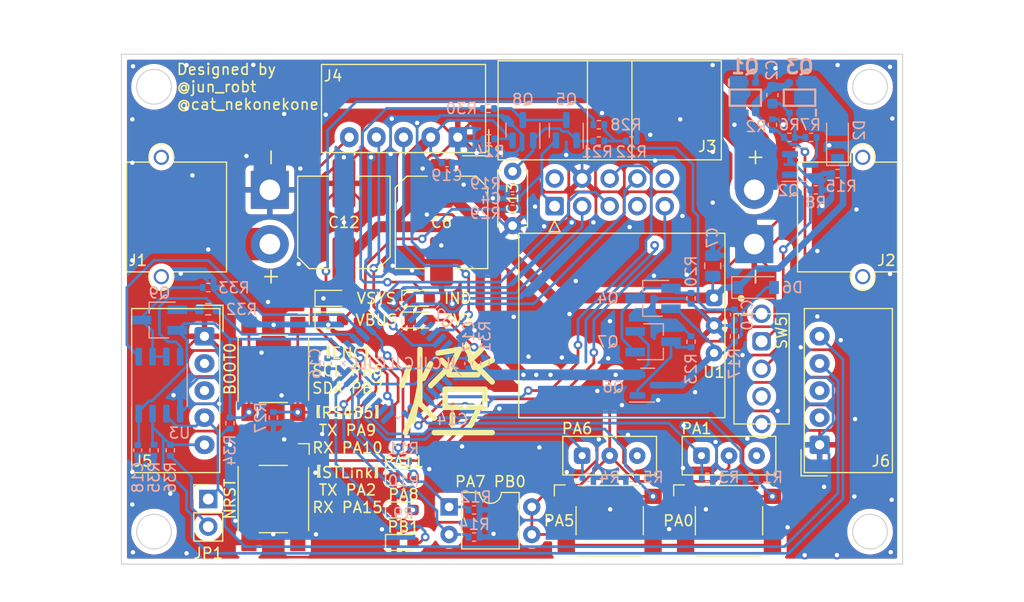
<source format=kicad_pcb>
(kicad_pcb (version 20211014) (generator pcbnew)
  (layers (0 "F.Cu" signal) (31 "B.Cu" signal) (34 "B.Paste" user) (35 "F.Paste" user) (36 "B.SilkS" user "B.Silkscreen") (37 "F.SilkS" user "F.Silkscreen") (38 "B.Mask" user) (39 "F.Mask" user) (44 "Edge.Cuts" user))
  (net 0 "")
  (net 1 "/S-S")
  (net 2 "Net-(C2-Pad2)")
  (net 3 "VBUS")
  (net 4 "GND")
  (net 5 "VDD")
  (net 6 "VCC")
  (net 7 "/VSYS")
  (net 8 "+3.3V")
  (net 9 "Net-(C13-Pad2)")
  (net 10 "Net-(D3-Pad2)")
  (net 11 "Net-(D4-Pad2)")
  (net 12 "Net-(D5-Pad2)")
  (net 14 "Net-(D8-Pad2)")
  (net 15 "Net-(D9-Pad2)")
  (net 16 "Net-(D10-Pad2)")
  (net 17 "Net-(D11-Pad2)")
  (net 18 "+12V")
  (net 20 "TCK")
  (net 21 "TMS")
  (net 22 "NRST")
  (net 24 "MainRX2_STLinkTX")
  (net 25 "MainTX2_STLinkRX")
  (net 27 "I2C1_SCL")
  (net 28 "I2C1_SDA")
  (net 29 "Encoder_OUT")
  (net 32 "RS485_MD_A")
  (net 33 "RS485_MD_B")
  (net 35 "Net-(JP1-Pad2)")
  (net 36 "Net-(Q2-Pad3)")
  (net 37 "主電源スイッチ")
  (net 38 "Net-(Q4-Pad1)")
  (net 39 "IndicatorLED")
  (net 40 "Net-(Q6-Pad1)")
  (net 41 "Net-(Q9-Pad1)")
  (net 42 "Net-(Q9-Pad3)")
  (net 43 "Tact_Switch1")
  (net 44 "Slide_Switch1")
  (net 45 "Slide_Switch2")
  (net 46 "Tact_Switch2")
  (net 47 "LED1")
  (net 48 "LED2")
  (net 49 "LED3")
  (net 50 "2PSW1")
  (net 51 "2PSW2")
  (net 52 "BOOT0")
  (net 53 "MainTX1_MAX3485RX")
  (net 60 "MainRX1_MAX3485TX")
  (footprint "MountingHole:MountingHole_2.7mm_M2.5_ISO14580" (layer "F.Cu") (at 17.6625 58.8375)
    (fp_text reference "REF**" hide)
    (fp_text value "MountingHole_2.7mm_M2.5_ISO14580")
  )
  (footprint "Button_Switch_SMD:SW_SPST_Omron_B3FS-100xP" (layer "F.Cu") (at 28.6625 55.8375 -90)
    (fp_text reference "NRST")
    (fp_text value "SW_SPST")
  )
  (footprint "LED_SMD:LED_0603_1608Metric_Pad1.05x0.95mm_HandSolder" (layer "F.Cu") (at 42.1625 37.3375)
    (fp_text reference "IND")
    (fp_text value "Green")
  )
  (footprint "LED_SMD:LED_0603_1608Metric_Pad1.05x0.95mm_HandSolder" (layer "F.Cu") (at 40.6625 56.8375)
    (fp_text reference "PA8")
    (fp_text value "LED")
  )
  (footprint "Button_Switch_SMD:SW_SPST_Omron_B3FS-100xP" (layer "F.Cu") (at 28.6625 43.8375 -90)
    (fp_text reference "BOOT0")
    (fp_text value "SW_SPST")
  )
  (footprint "Capacitor_SMD:C_Elec_8x10.2" (layer "F.Cu") (at 35.1625 30.3375 90)
    (fp_text reference "C12")
    (fp_text value "470uF")
  )
  (footprint "MountingHole:MountingHole_2.7mm_M2.5_ISO14580" (layer "F.Cu") (at 83.6625 17.8375)
    (fp_text reference "REF**" hide)
    (fp_text value "MountingHole_2.7mm_M2.5_ISO14580")
  )
  (footprint "MountingHole:MountingHole_2.7mm_M2.5_ISO14580" (layer "F.Cu") (at 17.6625 17.8375)
    (fp_text reference "REF**" hide)
    (fp_text value "MountingHole_2.7mm_M2.5_ISO14580")
  )
  (footprint "Capacitor_THT:C_Disc_D5.0mm_W2.5mm_P5.00mm" (layer "F.Cu") (at 50.717645 30.635299 90)
    (fp_text reference "C13")
    (fp_text value "ADJ_ST")
  )
  (footprint "Connector_Molex:Molex_SPOX_5268-05A_1x05_P2.50mm_Horizontal" (layer "F.Cu") (at 22.3125 40.8375 -90)
    (fp_text reference "J5")
    (fp_text value "Conn_01x05_Female")
  )
  (footprint "Connector_PinHeader_2.54mm:PinHeader_1x02_P2.54mm_Vertical" (layer "F.Cu") (at 22.6625 55.8375)
    (fp_text reference "JP1")
    (fp_text value "Jumper_2_Open")
  )
  (footprint "MountingHole:MountingHole_2.7mm_M2.5_ISO14580" (layer "F.Cu") (at 83.6625 58.8375)
    (fp_text reference "REF**" hide)
    (fp_text value "MountingHole_2.7mm_M2.5_ISO14580")
  )
  (footprint "DCDC_Regulator:BP5293" (layer "F.Cu") (at 69.2855 39.8375)
    (fp_text reference "U1")
    (fp_text value "BP5293-33")
  )
  (footprint "LED_SMD:LED_0603_1608Metric_Pad1.05x0.95mm_HandSolder" (layer "F.Cu") (at 40.6625 59.8375)
    (fp_text reference "PB1")
    (fp_text value "LED")
  )
  (footprint "Button_Switch_SMD:SW_SPST_Omron_B3FS-100xP" (layer "F.Cu") (at 70.6625 57.8375)
    (fp_text reference "PA0")
    (fp_text value "SW_SPST")
  )
  (footprint "LED_SMD:LED_0603_1608Metric_Pad1.05x0.95mm_HandSolder" (layer "F.Cu") (at 34.1625 37.3375)
    (fp_text reference "VSYS")
    (fp_text value "Green")
  )
  (footprint "Button_Switch_SMD:SW_SPST_Omron_B3FS-100xP" (layer "F.Cu") (at 59.6625 57.8375)
    (fp_text reference "PA5")
    (fp_text value "SW_SPST")
  )
  (footprint "LED_SMD:LED_0603_1608Metric_Pad1.05x0.95mm_HandSolder" (layer "F.Cu") (at 34.1625 39.3375)
    (fp_text reference "VBUS")
    (fp_text value "Green")
  )
  (footprint "Connector_Molex:Molex_SPOX_5268-05A_1x05_P2.50mm_Horizontal" (layer "F.Cu") (at 79.0125 50.8375 90)
    (fp_text reference "J6")
    (fp_text value "Conn_01x05_Female")
  )
  (footprint "Capacitor_SMD:C_Elec_8x10.2" (layer "F.Cu") (at 44.1625 30.3375 -90)
    (fp_text reference "C6")
    (fp_text value "470uF")
  )
  (footprint "Connector_AMASS:AMASS_XT30PW-M_1x02_P2.50mm_Horizontal" (layer "F.Cu") (at 28.3375 27.3375 90)
    (fp_text reference "J1")
    (fp_text value "Conn_01x02_Female")
  )
  (footprint "Toggle_Switch:3P_SPDT_5Pin_ToggleSwitch" (layer "F.Cu") (at 73.6625 43.8375)
    (fp_text reference "SW5")
    (fp_text value "SW_SPDT")
  )
  (footprint "Connector_Molex:Molex_SPOX_5268-05A_1x05_P2.50mm_Horizontal" (layer "F.Cu") (at 45.6625 22.4875 180)
    (fp_text reference "J4")
    (fp_text value "Conn_01x05_Female")
  )
  (footprint "Slide_Switch:3P_SPDT_SlideSwitch" (layer "F.Cu") (at 70.6625 51.8375 90)
    (fp_text reference "PA1")
    (fp_text value "SW_SPDT")
  )
  (footprint "LED_SMD:LED_0603_1608Metric_Pad1.05x0.95mm_HandSolder" (layer "F.Cu") (at 40.6625 53.8375)
    (fp_text reference "PA11")
    (fp_text value "LED")
  )
  (footprint "Slide_Switch:3P_SPDT_SlideSwitch" (layer "F.Cu") (at 59.6625 51.8375 90)
    (fp_text reference "PA6")
    (fp_text value "SW_SPDT")
  )
  (footprint "LED_SMD:LED_0603_1608Metric_Pad1.05x0.95mm_HandSolder" (layer "F.Cu") (at 42.1625 39.3375)
    (fp_text reference "3V3")
    (fp_text value "Green")
  )
  (footprint "Connector_IDC:IDC-Header_2x05_P2.54mm_Horizontal" (layer "F.Cu") (at 59.6625 28.8375 90)
    (fp_text reference "J3")
    (fp_text value "Conn_01x10_Female")
  )
  (footprint "Connector_AMASS:AMASS_XT30PW-M_1x02_P2.50mm_Horizontal" (layer "F.Cu") (at 72.9875 32.3375 -90)
    (fp_text reference "J2")
    (fp_text value "Conn_01x02_Female")
  )
  (footprint "Package_DIP:DIP-4_W7.62mm" (layer "F.Cu") (at 44.8625 56.5625)
    (fp_text reference "PA7 PB0")
    (fp_text value "SW_DIP_x02")
  )
  (footprint "Package_TO_SOT_SMD:SOT-23" (layer "B.Cu") (at 77.227465 24.99823)
    (fp_text reference "Q2")
    (fp_text value "Q_NMOS_GSD")
  )
  (footprint "Capacitor_SMD:C_0402_1005Metric" (layer "B.Cu") (at 44.6625 24.8375)
    (fp_text reference "C19")
    (fp_text value "0.1uF")
  )
  (footprint "Resistor_SMD:R_0402_1005Metric" (layer "B.Cu") (at 40.6625 52.3375 180)
    (fp_text reference "R11")
    (fp_text value "1k")
  )
  (footprint "Package_TO_SOT_SMD:SOT-23" (layer "B.Cu") (at 51.6625 21.8375 90)
    (fp_text reference "Q8")
    (fp_text value "Q_PMOS_GSD")
  )
  (footprint "Resistor_SMD:R_0402_1005Metric" (layer "B.Cu") (at 50.717645 27.135299)
    (fp_text reference "R19")
    (fp_text value "10k")
  )
  (footprint "Capacitor_SMD:C_0402_1005Metric" (layer "B.Cu") (at 71.1625 38.8375 -90)
    (fp_text reference "C10")
    (fp_text value "1uF")
  )
  (footprint "Resistor_SMD:R_0402_1005Metric" (layer "B.Cu") (at 40.6625 58.3375 180)
    (fp_text reference "R9")
    (fp_text value "1k")
  )
  (footprint "Diode_SMD:D_SOD-123" (layer "B.Cu") (at 73.1625 36.3375)
    (fp_text reference "D6")
    (fp_text value "D")
  )
  (footprint "Resistor_SMD:R_0402_1005Metric" (layer "B.Cu") (at 61.6625 53.8375)
    (fp_text reference "R5")
    (fp_text value "10k")
  )
  (footprint "Package_TO_SOT_SMD:SC-59_Handsoldering" (layer "B.Cu") (at 63.6625 41.3375)
    (fp_text reference "Q7")
    (fp_text value "Q_PNP_BEC")
  )
  (footprint "Package_TO_SOT_SMD:SOT-23" (layer "B.Cu") (at 55.6625 21.8375 90)
    (fp_text reference "Q5")
    (fp_text value "Q_PMOS_GSD")
  )
  (footprint "Resistor_SMD:R_0402_1005Metric" (layer "B.Cu") (at 50.717645 29.135299)
    (fp_text reference "R29")
    (fp_text value "1k")
  )
  (footprint "Resistor_SMD:R_0402_1005Metric" (layer "B.Cu") (at 17.6625 51.3375 -90)
    (fp_text reference "R35")
    (fp_text value "2.2k")
  )
  (footprint "Package_TO_SOT_SMD:SOT-23" (layer "B.Cu") (at 63.1625 45.3375)
    (fp_text reference "Q6")
    (fp_text value "Q_PMOS_GSD")
  )
  (footprint "Resistor_SMD:R_0402_1005Metric" (layer "B.Cu") (at 22.6625 36.3375)
    (fp_text reference "R33")
    (fp_text value "20k")
  )
  (footprint "Resistor_SMD:R_0402_1005Metric" (layer "B.Cu") (at 24.6625 48.8375 -90)
    (fp_text reference "R34")
    (fp_text value "2.2k")
  )
  (footprint "Capacitor_SMD:C_0402_1005Metric" (layer "B.Cu") (at 33.6625 43.3375 -90)
    (fp_text reference "C16")
    (fp_text value "0.1uF")
  )
  (footprint "Resistor_SMD:R_0402_1005Metric" (layer "B.Cu") (at 72.6625 53.8375)
    (fp_text reference "R1")
    (fp_text value "10k")
  )
  (footprint "Resistor_SMD:R_0402_1005Metric" (layer "B.Cu") (at 40.6625 55.3375 180)
    (fp_text reference "R10")
    (fp_text value "1k")
  )
  (footprint "Resistor_SMD:R_0402_1005Metric" (layer "B.Cu") (at 58.6625 21.3375)
    (fp_text reference "R28")
    (fp_text value "1k")
  )
  (footprint "Package_SO:SOP-8_3.9x4.9mm_P1.27mm" (layer "B.Cu") (at 18.1625 45.3375 -90)
    (fp_text reference "U3")
    (fp_text value "MAX3485")
  )
  (footprint "Capacitor_SMD:C_0402_1005Metric" (layer "B.Cu") (at 46.6625 43.3375 90)
    (fp_text reference "C17")
    (fp_text value "1uF")
  )
  (footprint "Resistor_SMD:R_0402_1005Metric" (layer "B.Cu") (at 28.6625 48.327501 -90)
    (fp_text reference "R27")
    (fp_text value "10k")
  )
  (footprint "Package_TO_SOT_SMD:SC-59_Handsoldering" (layer "B.Cu") (at 63.6625 37.3375 180)
    (fp_text reference "Q4")
    (fp_text value "Q_PNP_BEC")
  )
  (footprint "Resistor_SMD:R_0402_1005Metric" (layer "B.Cu") (at 48.5 19.8375)
    (fp_text reference "R30")
    (fp_text value "1k")
  )
  (footprint "Resistor_SMD:R_0402_1005Metric" (layer "B.Cu") (at 19.1625 51.3375 90)
    (fp_text reference "R36")
    (fp_text value "120")
  )
  (footprint "Resistor_SMD:R_0402_1005Metric" (layer "B.Cu") (at 67.1625 37.3375 90)
    (fp_text reference "R20")
    (fp_text value "10k")
  )
  (footprint "Diode_SMD:D_SOD-123" (layer "B.Cu") (at 80.6625 22.8375 90)
    (fp_text reference "D2")
    (fp_text value "D_Schottky")
  )
  (footprint "Capacitor_SMD:C_0603_1608Metric" (layer "B.Cu") (at 74.6625 18.6125 -90)
    (fp_text reference "C2")
    (fp_text value "4.7uF")
  )
  (footprint "Resistor_SMD:R_0402_1005Metric" (layer "B.Cu") (at 76.227465 22.49823)
    (fp_text reference "R6")
    (fp_text value "10k")
  )
  (footprint "Capacitor_SMD:C_0402_1005Metric" (layer "B.Cu") (at 45.1625 47.3375)
    (fp_text reference "C14")
    (fp_text value "0.1uF")
  )
  (footprint "Resistor_SMD:R_0402_1005Metric" (layer "B.Cu") (at 58.6625 22.8375 180)
    (fp_text reference "R21")
    (fp_text value "10k")
  )
  (footprint "Resistor_SMD:R_0402_1005Metric" (layer "B.Cu") (at 71.1625 40.8375 -90)
    (fp_text reference "R17")
    (fp_text value "10k")
  )
  (footprint "Resistor_SMD:R_0402_1005Metric" (layer "B.Cu") (at 67.1625 41.3375 -90)
    (fp_text reference "R23")
    (fp_text value "10k")
  )
  (footprint "Resistor_SMD:R_0402_1005Metric" (layer "B.Cu") (at 80.6625 25.8375)
    (fp_text reference "R15")
    (fp_text value "10k")
  )
  (footprint "Resistor_SMD:R_0402_1005Metric" (layer "B.Cu") (at 78.227465 22.49823)
    (fp_text reference "R7")
    (fp_text value "1k")
  )
  (footprint "Resistor_SMD:R_0402_1005Metric" (layer "B.Cu") (at 48.539336 22.634612)
    (fp_text reference "R24")
    (fp_text value "10k")
  )
  (footprint "Resistor_SMD:R_0402_1005Metric" (layer "B.Cu") (at 57.652501 53.8375)
    (fp_text reference "R4")
    (fp_text value "10k")
  )
  (footprint "Resistor_SMD:R_0402_1005Metric" (layer "B.Cu") (at 48.1625 43.3375 -90)
    (fp_text reference "R31")
    (fp_text value "1k")
  )
  (footprint "Capacitor_SMD:C_0402_1005Metric" (layer "B.Cu") (at 50.717645 28.135299 180)
    (fp_text reference "C4")
    (fp_text value "0.1uF")
  )
  (footprint "Capacitor_SMD:C_0402_1005Metric" (layer "B.Cu") (at 16.1625 51.3375 -90)
    (fp_text reference "C18")
    (fp_text value "0.1uF")
  )
  (footprint "TSOP6F:SSM6J808R" (layer "B.Cu") (at 72.1625 18.8375 -90)
    (fp_text reference "Q1")
    (fp_text value "SSM6J808R" hide)
  )
  (footprint "Package_QFP:LQFP-32_7x7mm_P0.8mm" (layer "B.Cu") (at 40.1625 43.3375 135)
    (fp_text reference "U2")
    (fp_text value "STM32F303K8Tx")
  )
  (footprint "Resistor_SMD:R_0402_1005Metric" (layer "B.Cu") (at 78.6625 27.3375)
    (fp_text reference "R8")
    (fp_text value "10k")
  )
  (footprint "TSOP6F:SSM6J808R" (layer "B.Cu") (at 77.1625 18.8375 90)
    (fp_text reference "Q3")
    (fp_text value "SSM6J808R" hide)
  )
  (footprint "Resistor_SMD:R_0402_1005Metric" (layer "B.Cu") (at 61.6625 22.8375 180)
    (fp_text reference "R22")
    (fp_text value "1k")
  )
  (footprint "Resistor_SMD:R_0603_1608Metric" (layer "B.Cu") (at 22.6625 38.3375)
    (fp_text reference "R32")
    (fp_text value "7.5k")
  )
  (footprint "Package_TO_SOT_SMD:SC-59_Handsoldering" (layer "B.Cu") (at 18.1625 39.3375 180)
    (fp_text reference "Q9")
    (fp_text value "Q_PNP_BEC")
  )
  (footprint "Capacitor_SMD:C_0805_2012Metric" (layer "B.Cu") (at 69.1625 34.3375 90)
    (fp_text reference "C7")
    (fp_text value "10uF")
  )
  (footprint "Resistor_SMD:R_0402_1005Metric" (layer "B.Cu") (at 74.6625 21.3375 90)
    (fp_text reference "R2")
    (fp_text value "10k")
  )
  (footprint "Resistor_SMD:R_0402_1005Metric" (layer "B.Cu") (at 47.1625 56.8375 180)
    (fp_text reference "R12")
    (fp_text value "10k")
  )
  (footprint "Resistor_SMD:R_0402_1005Metric" (layer "B.Cu") (at 68.6625 53.8375)
    (fp_text reference "R3")
    (fp_text value "10k")
  )
  (footprint "Resistor_SMD:R_0402_1005Metric" (layer "B.Cu") (at 47.1625 59.3375 180)
    (fp_text reference "R14")
    (fp_text value "10k")
  )
  (gr_circle (center 83.6625 17.8375) (end 85.2625 17.8375) (layer "Edge.Cuts") (width 0.1) (fill none))
  (gr_rect (start 14.6625 14.8375) (end 86.6625 61.8375) (layer "Edge.Cuts") (width 0.1) (fill none))
  (gr_circle (center 83.6625 58.8375) (end 85.2625 58.8375) (layer "Edge.Cuts") (width 0.1) (fill none))
  (gr_circle (center 17.6625 58.8375) (end 19.2625 58.8375) (layer "Edge.Cuts") (width 0.1) (fill none))
  (gr_circle (center 17.6625 17.8375) (end 19.2625 17.8375) (layer "Edge.Cuts") (width 0.1) (fill none))
  (gr_text "JLCJLCJLCJLC" (at 40.6625 43.3375) (layer "B.SilkS") (effects (font (size 1 1)) (justify mirror)))
  (gr_text "燈" (at 45 46.5) (layer "F.SilkS") (effects (font (size 7 7) (thickness 0.5))))
  (gr_text "【RS485】\nTX PA9\nRX PA10" (at 35.5 49.5) (layer "F.SilkS") (effects (font (size 1 1))))
  (gr_text "Designed by\n@jun_robt\n@cat_nekonekone" (at 19.6625 17.8375) (layer "F.SilkS") (effects (font (size 1 1)) (justify left)))
  (gr_text "【STLink】\nTX PA2\nRX PA15" (at 35.5 55) (layer "F.SilkS") (effects (font (size 1 1))))
  (gr_text "【ENC】\nSCL PB6\nSDA PB7" (at 35.5 44) (layer "F.SilkS") (effects (font (size 1 1))))
  (via (at 63.809543 32.447624) (size 0.8) (drill 0.4) (layers "F.Cu" "B.Cu") (net 0))
  (segment (start 64 32.638081) (end 63.809543 32.447624) (width 0.25) (layer "B.Cu") (net 0))
  (segment (start 57.46786 43.215791) (end 57.46786 39.53214) (width 0.25) (layer "B.Cu") (net 0))
  (segment (start 57.46786 39.29645) (end 64 32.76431) (width 0.25) (layer "B.Cu") (net 0))
  (segment (start 64 32.76431) (end 64 32.638081) (width 0.25) (layer "B.Cu") (net 0))
  (segment (start 57.46786 39.53214) (end 57.46786 39.29645) (width 0.25) (layer "B.Cu") (net 0))
  (segment (start 77.6625 39.973063) (end 77.6625 23.8375) (width 0.25) (layer "F.Cu") (net 1))
  (segment (start 73.798063 43.8375) (end 77.6625 39.973063) (width 0.25) (layer "F.Cu") (net 1))
  (segment (start 73.6625 43.8375) (end 73.798063 43.8375) (width 0.25) (layer "F.Cu") (net 1))
  (via (at 77.6625 23.8375) (size 0.8) (drill 0.4) (layers "F.Cu" "B.Cu") (net 1))
  (segment (start 76.362465 23.14323) (end 75.717465 22.49823) (width 0.25) (layer "B.Cu") (net 1))
  (segment (start 76.96823 23.14323) (end 76.362465 23.14323) (width 0.25) (layer "B.Cu") (net 1))
  (segment (start 74.641484 17.8375) (end 74.6625 17.8375) (width 0.7) (layer "B.Cu") (net 1))
  (segment (start 74.6625 21.8475) (end 75.066735 21.8475) (width 0.25) (layer "B.Cu") (net 1))
  (segment (start 74.6625 17.8375) (end 75.8245 17.8375) (width 0.7) (layer "B.Cu") (net 1))
  (segment (start 77.6625 23.8375) (end 76.96823 23.14323) (width 0.25) (layer "B.Cu") (net 1))
  (segment (start 73.1125 20.2255) (end 73.1125 19.366484) (width 0.7) (layer "B.Cu") (net 1))
  (segment (start 74.6625 21.8475) (end 73.1125 20.2975) (width 0.25) (layer "B.Cu") (net 1))
  (segment (start 75.066735 21.8475) (end 75.717465 22.49823) (width 0.25) (layer "B.Cu") (net 1))
  (segment (start 73.1125 20.2975) (end 73.1125 20.2255) (width 0.25) (layer "B.Cu") (net 1))
  (segment (start 73.1125 19.366484) (end 74.641484 17.8375) (width 0.7) (layer "B.Cu") (net 1))
  (segment (start 75.8245 17.8375) (end 76.2125 17.4495) (width 0.7) (layer "B.Cu") (net 1))
  (segment (start 74.6625 19.3875) (end 75.3745 19.3875) (width 0.25) (layer "B.Cu") (net 2))
  (segment (start 76.737465 22.49823) (end 77.717465 22.49823) (width 0.25) (layer "B.Cu") (net 2))
  (segment (start 76.737465 21.387867) (end 76.737465 22.49823) (width 0.25) (layer "B.Cu") (net 2))
  (segment (start 75.3745 19.3875) (end 76.2125 20.2255) (width 0.25) (layer "B.Cu") (net 2))
  (segment (start 76.2125 20.2255) (end 76.2125 20.862902) (width 0.25) (layer "B.Cu") (net 2))
  (segment (start 76.2125 20.862902) (end 76.737465 21.387867) (width 0.25) (layer "B.Cu") (net 2))
  (segment (start 53.4075 24.08) (end 53.4075 25.819237) (width 0.25) (layer "B.Cu") (net 3))
  (segment (start 53.4075 26.0925) (end 53.4075 27.6625) (width 0.25) (layer "B.Cu") (net 3))
  (segment (start 51.227645 29.135299) (end 51.227645 27.135299) (width 0.25) (layer "B.Cu") (net 3))
  (segment (start 53.4075 26.6025) (end 53.4075 26.0925) (width 0.25) (layer "B.Cu") (net 3))
  (segment (start 54.7125 22.775) (end 53.4075 24.08) (width 0.25) (layer "B.Cu") (net 3))
  (segment (start 51.197645 28.135299) (end 53.4075 25.925444) (width 0.25) (layer "B.Cu") (net 3))
  (segment (start 53.4075 27.6625) (end 54.5825 28.8375) (width 0.25) (layer "B.Cu") (net 3))
  (segment (start 53.4075 25.819237) (end 53.4075 26.0925) (width 0.25) (layer "B.Cu") (net 3))
  (segment (start 53.4075 25.925444) (end 53.4075 25.819237) (width 0.25) (layer "B.Cu") (net 3))
  (segment (start 79.0125 50.8375) (end 79.0125 49.5375) (width 0.25) (layer "F.Cu") (net 4))
  (segment (start 79.0125 49.5375) (end 78.9875 49.5125) (width 0.25) (layer "F.Cu") (net 4))
  (segment (start 77.276417 41.848566) (end 77.1625 41.962483) (width 0.25) (layer "F.Cu") (net 4))
  (segment (start 75.1625 45.8375) (end 74.410093 45.085093) (width 0.25) (layer "F.Cu") (net 4))
  (segment (start 69.2855 39.8375) (end 68.23609 38.78809) (width 0.25) (layer "F.Cu") (net 4))
  (segment (start 66.420223 52.974143) (end 69.022327 52.974143) (width 0.25) (layer "F.Cu") (net 4))
  (segment (start 70.4875 29.8375) (end 70.1625 29.8375) (width 0.25) (layer "F.Cu") (net 4))
  (segment (start 75.144118 47.71239) (end 75.694008 47.1625) (width 0.25) (layer "F.Cu") (net 4))
  (segment (start 23.395525 49.570525) (end 20.873392 49.570525) (width 0.25) (layer "F.Cu") (net 4))
  (segment (start 22.6625 40.8375) (end 23.6625 41.8375) (width 0.25) (layer "F.Cu") (net 4))
  (segment (start 75.694008 47.1625) (end 80.271161 47.1625) (width 0.25) (layer "F.Cu") (net 4))
  (segment (start 58.509356 52.211079) (end 58.509356 50.799572) (width 0.25) (layer "F.Cu") (net 4))
  (segment (start 72.071778 40.099785) (end 72.623235 40.099785) (width 0.25) (layer "F.Cu") (net 4))
  (segment (start 63.22329 53.364867) (end 63.239629 53.348528) (width 0.25) (layer "F.Cu") (net 4))
  (segment (start 21.06115 47.054393) (end 21.05721 47.058333) (width 0.25) (layer "F.Cu") (net 4))
  (segment (start 45.6625 22.4875) (end 43.9875 24.1625) (width 0.25) (layer "F.Cu") (net 4))
  (segment (start 68.23609 38.78809) (end 68.23609 38.580216) (width 0.25) (layer "F.Cu") (net 4))
  (segment (start 50.813244 35.278722) (end 50.813244 39.0397) (width 0.25) (layer "F.Cu") (net 4))
  (segment (start 74.87808 39.646365) (end 74.87808 37.942977) (width 0.25) (layer "F.Cu") (net 4))
  (segment (start 60.943935 52.025031) (end 60.943935 52.482536) (width 0.25) (layer "F.Cu") (net 4))
  (segment (start 43.279995 57.9775) (end 43.03248 57.729985) (width 0.25) (layer "F.Cu") (net 4))
  (segment (start 45.36839 22.4875) (end 43.827034 20.946144) (width 0.25) (layer "F.Cu") (net 4))
  (segment (start 60.943935 50.325635) (end 60.943935 52.025031) (width 0.25) (layer "F.Cu") (net 4))
  (segment (start 72.9875 32.3375) (end 72.6625 32.3375) (width 0.25) (layer "F.Cu") (net 4))
  (segment (start 47.927224 42.102224) (end 48.1625 42.3375) (width 0.25) (layer "F.Cu") (net 4))
  (segment (start 55.891383 30.066383) (end 55.891383 27.066383) (width 0.25) (layer "F.Cu") (net 4))
  (segment (start 72.709017 40.014003) (end 72.77029 39.95273) (width 0.25) (layer "F.Cu") (net 4))
  (segment (start 80.271161 47.1625) (end 80.483495 46.950166) (width 0.25) (layer "F.Cu") (net 4))
  (segment (start 60.985996 29.808912) (end 60.780967 30.013941) (width 0.25) (layer "F.Cu") (net 4))
  (segment (start 55.70358 53.360163) (end 57.360272 53.360163) (width 0.25) (layer "F.Cu") (net 4))
  (segment (start 58.391321 29.695321) (end 58.391321 27.514004) (width 0.25) (layer "F.Cu") (net 4))
  (segment (start 39.7875 59.8375) (end 39.7875 56.8375) (width 0.25) (layer "F.Cu") (net 4))
  (segment (start 69.022327 52.974143) (end 69.522822 52.473648) (width 0.25) (layer "F.Cu") (net 4))
  (segment (start 61.346821 49.922749) (end 60.943935 50.325635) (width 0.25) (layer "F.Cu") (net 4))
  (segment (start 33.272728 26.227272) (end 33.272728 26.42572) (width 0.25) (layer "F.Cu") (net 4))
  (segment (start 72.9875 32.3375) (end 70.4875 29.8375) (width 0.25) (layer "F.Cu") (net 4))
  (segment (start 63.501486 27.498514) (end 63.501486 24.879266) (width 0.25) (layer "F.Cu") (net 4))
  (segment (start 77.1625 44.8375) (end 77.706578 44.8375) (width 0.25) (layer "F.Cu") (net 4))
  (segment (start 37.6625 24.3375) (end 36.853759 23.528759) (width 0.25) (layer "F.Cu") (net 4))
  (segment (start 43.9875 24.1625) (end 43.124328 24.1625) (width 0.25) (layer "F.Cu") (net 4))
  (segment (start 60.943935 52.482536) (end 61.826266 53.364867) (width 0.25) (layer "F.Cu") (net 4))
  (segment (start 41.1625 47.3375) (end 41.6625 46.8375) (width 0.25) (layer "F.Cu") (net 4))
  (segment (start 71.908905 42.56546) (end 70.633945 41.2905) (width 0.25) (layer "F.Cu") (net 4))
  (segment (start 74.6625 32.3375) (end 75.6625 31.3375) (width 0.25) (layer "F.Cu") (net 4))
  (segment (start 75.144118 47.71239) (end 75.144118 45.855882) (width 0.25) (layer "F.Cu") (net 4))
  (segment (start 36.6625 28.2375) (end 36.6625 29.8375) (width 0.25) (layer "F.Cu") (net 4))
  (segment (start 39.472949 20.881811) (end 39.575356 20.779404) (width 0.25) (layer "F.Cu") (net 4))
  (segment (start 26.4125 51.8375) (end 26.4125 59.8375) (width 0.25) (layer "F.Cu") (net 4))
  (segment (start 40.6625 51.8375) (end 41.1625 51.3375) (width 0.25) (layer "F.Cu") (net 4))
  (segment (start 24.5275 57.2025) (end 21.2975 57.2025) (width 0.25) (layer "F.Cu") (net 4))
  (segment (start 42.0875 38.5375) (end 41.2875 39.3375) (width 0.25) (layer "F.Cu") (net 4))
  (segment (start 42.0875 38.1375) (end 43.557995 38.1375) (width 0.25) (layer "F.Cu") (net 4))
  (segment (start 61.013804 27.486196) (end 61.013804 25.05083) (width 0.25) (layer "F.Cu") (net 4))
  (segment (start 72.071778 42.402587) (end 72.071778 40.099785) (width 0.25) (layer "F.Cu") (net 4))
  (segment (start 41.1625 49.790128) (end 41.1625 47.3375) (width 0.25) (layer "F.Cu") (net 4))
  (segment (start 34.7875 40.8375) (end 33.2875 39.3375) (width 0.25) (layer "F.Cu") (net 4))
  (segment (start 41.423931 50.051559) (end 41.1625 49.790128) (width 0.25) (layer "F.Cu") (net 4))
  (segment (start 71.908905 42.56546) (end 72.071778 42.402587) (width 0.25) (layer "F.Cu") (net 4))
  (segment (start 77.1625 41.962483) (end 77.1625 44.8375) (width 0.25) (layer "F.Cu") (net 4))
  (segment (start 39.7875 40.8375) (end 34.7875 40.8375) (width 0.25) (layer "F.Cu") (net 4))
  (segment (start 22.3125 40.8375) (end 21.775982 40.8375) (width 0.25) (layer "F.Cu") (net 4))
  (segment (start 42.80968 29.613291) (end 45.147813 29.613291) (width 0.25) (layer "F.Cu") (net 4))
  (segment (start 43.557995 38.1375) (end 44.1625 37.532995) (width 0.25) (layer "F.Cu") (net 4))
  (segment (start 19.460424 46.263972) (end 21.178255 44.546141) (width 0.25) (layer "F.Cu") (net 4))
  (segment (start 38.1625 41.8375) (end 38.1625 42.70181) (width 0.25) (layer "F.Cu") (net 4))
  (segment (start 39.1625 50.8375) (end 39.1625 51.3375) (width 0.25) (layer "F.Cu") (net 4))
  (segment (start 40.1625 44.70181) (end 40.1625 46.8375) (width 0.25) (layer "F.Cu") (net 4))
  (segment (start 45.6625 22.4875) (end 45.6625 22.3375) (width 0.25) (layer "F.Cu") (net 4))
  (segment (start 45.6625 22.4875) (end 45.36839 22.4875) (width 0.25) (layer "F.Cu") (net 4))
  (segment (start 74.571715 39.95273) (end 74.87808 39.646365) (width 0.25) (layer "F.Cu") (net 4))
  (segment (start 68.6155 41.2905) (end 68.1625 40.8375) (width 0.25) (layer "F.Cu") (net 4))
  (segment (start 60.985996 27.514004) (end 61.013804 27.486196) (width 0.25) (layer "F.Cu") (net 4))
  (segment (start 41.1625 51.3375) (end 41.1625 50.8375) (width 0.25) (layer "F.Cu") (net 4))
  (segment (start 38.1625 42.70181) (end 40.1625 44.70181) (width 0.25) (layer "F.Cu") (net 4))
  (segment (start 60.985996 27.514004) (end 63.485996 27.514004) (width 0.25) (layer "F.Cu") (net 4))
  (segment (start 58.391321 27.514004) (end 60.985996 27.514004) (width 0.25) (layer "F.Cu") (net 4))
  (segment (start 23.669877 47.054393) (end 21.06115 47.054393) (width 0.25) (layer "F.Cu") (net 4))
  (segment (start 56.1625 30.3375) (end 55.891383 30.066383) (width 0.25) (layer "F.Cu") (net 4))
  (segment (start 58.1625 29.924142) (end 58.391321 29.695321) (width 0.25) (layer "F.Cu") (net 4))
  (segment (start 72.9875 33.1625) (end 74.6625 34.8375) (width 0.25) (layer "F.Cu") (net 4))
  (segment (start 56.1625 27.3375) (end 55.949233 27.550767) (width 0.25) (layer "F.Cu") (net 4))
  (segment (start 72.9875 32.3375) (end 74.6625 32.3375) (width 0.25) (layer "F.Cu") (net 4))
  (segment (start 29.109713 61.188228) (end 32.311772 61.188228) (width 0.25) (layer "F.Cu") (net 4))
  (segment (start 77.500752 42.072901) (end 80.41622 42.072901) (width 0.25) (layer "F.Cu") (net 4))
  (segment (start 24.6625 50.8375) (end 23.395525 49.570525) (width 0.25) (layer "F.Cu") (net 4))
  (segment (start 55.891383 27.066383) (end 55.891383 24.363869) (width 0.25) (layer "F.Cu") (net 4))
  (segment (start 70.633945 41.2905) (end 68.6155 41.2905) (width 0.25) (layer "F.Cu") (net 4))
  (segment (start 75.144118 47.71239) (end 75.144118 48.530915) (width 0.25) (layer "F.Cu") (net 4))
  (segment (start 35.1625 25.332496) (end 36.556959 23.938037) (width 0.25) (layer "F.Cu") (net 4))
  (segment (start 45.959717 22.4875) (end 47.40384 23.931623) (width 0.25) (layer "F.Cu") (net 4))
  (segment (start 41.2875 37.3375) (end 42.0875 38.1375) (width 0.25) (layer "F.Cu") (net 4))
  (segment (start 42.0875 38.1375) (end 42.0875 38.5375) (width 0.25) (layer "F.Cu") (net 4))
  (segment (start 63.501486 30.577652) (end 63.489232 30.589906) (width 0.25) (layer "F.Cu") (net 4))
  (segment (start 72.623235 40.099785) (end 72.709017 40.014003) (width 0.25) (layer "F.Cu") (net 4))
  (segment (start 43.124328 24.1625) (end 42.423931 24.862897) (width 0.25) (layer "F.Cu") (net 4))
  (segment (start 20.469241 42.144241) (end 24.120859 42.144241) (width 0.25) (layer "F.Cu") (net 4))
  (segment (start 60.985996 27.514004) (end 60.985996 29.808912) (width 0.25) (layer "F.Cu") (net 4))
  (segment (start 74.410093 45.085093) (end 72.490998 45.085093) (width 0.25) (layer "F.Cu") (net 4))
  (segment (start 74.434413 42.56546) (end 75.135426 41.864447) (width 0.25) (layer "F.Cu") (net 4))
  (segment (start 35.1625 26.7375) (end 35.1625 25.332496) (width 0.25) (layer "F.Cu") (net 4))
  (segment (start 56.1625 27.3375) (end 56.339004 27.514004) (width 0.25) (layer "F.Cu") (net 4))
  (segment (start 45.6625 22.3375) (end 47.1625 20.8375) (width 0.25) (layer "F.Cu") (net 4))
  (segment (start 47.927224 40.754156) (end 47.927224 42.102224) (width 0.25) (layer "F.Cu") (net 4))
  (segment (start 39.7875 56.8375) (end 39.7875 53.8375) (width 0.25) (layer "F.Cu") (net 4))
  (segment (start 63.501486 27.498514) (end 63.501486 30.577652) (width 0.25) (layer "F.Cu") (net 4))
  (segment (start 58.1625 30.3375) (end 58.1625 29.924142) (width 0.25) (layer "F.Cu") (net 4))
  (segment (start 75.144118 48.530915) (end 76.125703 49.5125) (width 0.25) (layer "F.Cu") (net 4))
  (segment (start 76.125703 49.5125) (end 78.9875 49.5125) (width 0.25) (layer "F.Cu") (net 4))
  (segment (start 77.706578 44.8375) (end 77.946794 44.597284) (width 0.25) (layer "F.Cu") (net 4))
  (segment (start 70.34388 38.580216) (end 70.490935 38.727271) (width 0.25) (layer "F.Cu") (net 4))
  (segment (start 25.1625 57.8375) (end 24.5275 57.2025) (width 0.25) (layer "F.Cu") (net 4))
  (segment (start 55.891383 24.363869) (end 55.64812 24.120606) (width 0.25) (layer "F.Cu") (net 4))
  (segment (start 55.949233 27.550767) (end 53.109591 27.550767) (width 0.25) (layer "F.Cu") (net 4))
  (segment (start 71.908905 42.56546) (end 74.434413 42.56546) (width 0.25) (layer "F.Cu") (net 4))
  (segment (start 65.94015 27.514004) (end 65.952405 27.501749) (width 0.25) (layer "F.Cu") (net 4))
  (segment (start 35.1625 26.7375) (end 33.1625 28.7375) (width 0.25) (layer "F.Cu") (net 4))
  (segment (start 75.9875 29.3375) (end 76.1625 29.3375) (width 0.25) (layer "F.Cu") (net 4))
  (segment (start 61.826266 53.364867) (end 63.22329 53.364867) (width 0.25) (layer "F.Cu") (net 4))
  (segment (start 72.35007 50.267473) (end 71.949232 50.668311) (width 0.25) (layer "F.Cu") (net 4))
  (segment (start 48.957426 59.040167) (end 47.894759 57.9775) (width 0.25) (layer "F.Cu") (net 4))
  (segment (start 72.9875 32.3375) (end 72.9875 33.1625) (width 0.25) (layer "F.Cu") (net 4))
  (segment (start 63.485996 27.514004) (end 65.94015 27.514004) (width 0.25) (layer "F.Cu") (net 4))
  (segment (start 57.360272 53.360163) (end 58.509356 52.211079) (width 0.25) (layer "F.Cu") (net 4))
  (segment (start 58.354557 27.47724) (end 58.354557 24.928284) (width 0.25) (layer "F.Cu") (net 4))
  (segment (start 35.1625 24.3375) (end 33.272728 26.227272) (width 0.25) (layer "F.Cu") (net 4))
  (segment (start 42.423931 24.862897) (end 42.423931 25.375625) (width 0.25) (layer "F.Cu") (net 4))
  (segment (start 75.144118 45.855882) (end 75.1625 45.8375) (width 0.25) (layer "F.Cu") (net 4))
  (segment (start 41.2875 39.3375) (end 39.7875 40.8375) (width 0.25) (layer "F.Cu") (net 4))
  (segment (start 39.1625 51.3375) (end 39.6625 51.8375) (width 0.25) (layer "F.Cu") (net 4))
  (segment (start 56.339004 27.514004) (end 58.391321 27.514004) (width 0.25) (layer "F.Cu") (net 4))
  (segment (start 71.949232 50.668311) (end 71.949232 52.940413) (width 0.25) (layer "F.Cu") (net 4))
  (segment (start 22.3125 40.8375) (end 22.6625 40.8375) (width 0.25) (layer "F.Cu") (net 4))
  (segment (start 21.775982 40.8375) (end 20.469241 42.144241) (width 0.25) (layer "F.Cu") (net 4))
  (segment (start 21.2975 57.2025) (end 21.1625 57.3375) (width 0.25) (layer "F.Cu") (net 4))
  (segment (start 75.135426 41.864447) (end 75.1625 41.837373) (width 0.25) (layer "F.Cu") (net 4))
  (segment (start 45.147813 29.613291) (end 50.813244 35.278722) (width 0.25) (layer "F.Cu") (net 4))
  (segment (start 58.391321 27.514004) (end 58.354557 27.47724) (width 0.25) (layer "F.Cu") (net 4))
  (segment (start 80.335316 49.5125) (end 80.581531 49.266285) (width 0.25) (layer "F.Cu") (net 4))
  (segment (start 36.853759 23.528759) (end 36.853759 21.080216) (width 0.25) (layer "F.Cu") (net 4))
  (segment (start 44.1625 37.532995) (end 44.1625 33.9375) (width 0.25) (layer "F.Cu") (net 4))
  (segment (start 63.485996 27.514004) (end 63.501486 27.498514) (width 0.25) (layer "F.Cu") (net 4))
  (segment (start 40.1625 46.8375) (end 39.1625 47.8375) (width 0.25) (layer "F.Cu") (net 4))
  (segment (start 68.23609 38.580216) (end 70.34388 38.580216) (width 0.25) (layer "F.Cu") (net 4))
  (segment (start 72.6625 32.3375) (end 70.6625 34.3375) (width 0.25) (layer "F.Cu") (net 4))
  (segment (start 75.1625 41.837373) (end 75.1625 40.8375) (width 0.25) (layer "F.Cu") (net 4))
  (segment (start 75.144118 47.71239) (end 72.28761 47.71239) (width 0.25) (layer "F.Cu") (net 4))
  (segment (start 21.178255 44.546141) (end 23.593911 44.546141) (width 0.25) (layer "F.Cu") (net 4))
  (segment (start 78.9875 49.5125) (end 80.335316 49.5125) (width 0.25) (layer "F.Cu") (net 4))
  (segment (start 55.891383 27.066383) (end 56.1625 27.3375) (width 0.25) (layer "F.Cu") (net 4))
  (segment (start 47.894759 57.9775) (end 43.279995 57.9775) (width 0.25) (layer "F.Cu") (net 4))
  (segment (start 45.6625 22.4875) (end 45.959717 22.4875) (width 0.25) (layer "F.Cu") (net 4))
  (segment (start 58.354557 24.928284) (end 58.391321 24.89152) (width 0.25) (layer "F.Cu") (net 4))
  (segment (start 39.472949 24.033573) (end 39.472949 20.881811) (width 0.25) (layer "F.Cu") (net 4))
  (segment (start 80.777604 44.597284) (end 80.802114 44.621794) (width 0.25) (layer "F.Cu") (net 4))
  (segment (start 72.9875 32.3375) (end 75.9875 29.3375) (width 0.25) (layer "F.Cu") (net 4))
  (segment (start 77.276417 41.848566) (end 77.500752 42.072901) (width 0.25) (layer "F.Cu") (net 4))
  (segment (start 72.77029 39.95273) (end 74.571715 39.95273) (width 0.25) (layer "F.Cu") (net 4))
  (segment (start 77.946794 44.597284) (end 80.777604 44.597284) (width 0.25) (layer "F.Cu") (net 4))
  (segment (start 72.28761 47.71239) (end 72.1625 47.8375) (width 0.25) (layer "F.Cu") (net 4))
  (segment (start 69.522822 52.473648) (end 69.522822 50.979678) (width 0.25) (layer "F.Cu") (net 4))
  (segment (start 35.1625 26.7375) (end 36.6625 28.2375) (width 0.25) (layer "F.Cu") (net 4))
  (segment (start 33.1625 28.7375) (end 33.1625 29.8375) (width 0.25) (layer "F.Cu") (net 4))
  (segment (start 39.6625 51.8375) (end 40.6625 51.8375) (width 0.25) (layer "F.Cu") (net 4))
  (via (at 23.669877 47.054393) (size 0.8) (drill 0.4) (layers "F.Cu" "B.Cu") (net 4))
  (via (at 77.276417 41.848566) (size 0.8) (drill 0.4) (layers "F.Cu" "B.Cu") (net 4))
  (via (at 63.846444 24.635299) (size 0.8) (drill 0.4) (layers "F.Cu" "B.Cu") (net 4))
  (via (at 85.713893 20.760346) (size 0.8) (drill 0.4) (layers "F.Cu" "B.Cu") (net 4))
  (via (at 21.203643 26.006625) (size 0.8) (drill 0.4) (layers "F.Cu" "B.Cu") (net 4))
  (via (at 15.6625 56.3375) (size 0.8) (drill 0.4) (layers "F.Cu" "B.Cu") (net 4))
  (via (at 82.210267 55.602754) (size 0.8) (drill 0.4) (layers "F.Cu" "B.Cu") (net 4))
  (via (at 69.1625 28.5125) (size 0.8) (drill 0.4) (layers "F.Cu" "B.Cu") (net 4))
  (via (at 28.65137 59.07615) (size 0.8) (drill 0.4) (layers "F.Cu" "B.Cu") (net 4))
  (via (at 39.743087 37.756913) (size 0.8) (drill 0.4) (layers "F.Cu" "B.Cu") (net 4))
  (via (at 72.35007 50.267473) (size 0.8) (drill 0.4) (layers "F.Cu" "B.Cu") (net 4))
  (via (at 24.6625 50.8375) (size 0.8) (drill 0.4) (layers "F.Cu" "B.Cu") (net 4))
  (via (at 78.804678 32.974738) (size 0.8) (drill 0.4) (layers "F.Cu" "B.Cu") (net 4))
  (via (at 20.6625 60.8375) (size 0.8) (drill 0.4) (layers "F.Cu" "B.Cu") (net 4))
  (via (at 46.053087 50.988899) (size 0.8) (drill 0.4) (layers "F.Cu" "B.Cu") (net 4))
  (via (at 61.501748 30.769321) (size 0.8) (drill 0.4) (layers "F.Cu" "B.Cu") (net 4))
  (via (at 33.725 39.775) (size 0.8) (drill 0.4) (layers "F.Cu" "B.Cu") (net 4))
  (via (at 58.526888 45.874201) (size 0.8) (drill 0.4) (layers "F.Cu" "B.Cu") (net 4))
  (via (at 46.200357 26.861211) (size 0.8) (drill 0.4) (layers "F.Cu" "B.Cu") (net 4))
  (via (at 55.64812 24.120606) (size 0.8) (drill 0.4) (layers "F.Cu" "B.Cu") (net 4))
  (via (at 28.176941 37.671937) (size 0.8) (drill 0.4) (layers "F.Cu" "B.Cu") (net 4))
  (via (at 31.008026 34.170209) (size 0.8) (drill 0.4) (layers "F.Cu" "B.Cu") (net 4))
  (via (at 60.78786 47.179315) (size 0.8) (drill 0.4) (layers "F.Cu" "B.Cu") (net 4))
  (via (at 69.424723 50.575277) (size 0.8) (drill 0.4) (layers "F.Cu" "B.Cu") (net 4))
  (via (at 46.33335 47.285736) (size 0.8) (drill 0.4) (layers "F.Cu" "B.Cu") (net 4))
  (via (at 42.80968 29.613291) (size 0.8) (drill 0.4) (layers "F.Cu" "B.Cu") (net 4))
  (via (at 29.6625 50.3375) (size 0.8) (drill 0.4) (layers "F.Cu" "B.Cu") (net 4))
  (via (at 33.278522 37.345669) (size 0.8) (drill 0.4) (layers "F.Cu" "B.Cu") (net 4))
  (via (at 79.425411 54.720423) (size 0.8) (drill 0.4) (layers "F.Cu" "B.Cu") (net 4))
  (via (at 52.783607 28.882479) (size 0.8) (drill 0.4) (layers "F.Cu" "B.Cu") (net 4))
  (via (at 49.5 47.5) (size 0.8) (drill 0.4) (layers "F.Cu" "B.Cu") (net 4))
  (via (at 15.6625 20.8375) (size 0.8) (drill 0.4) (layers "F.Cu" "B.Cu") (net 4))
  (via (at 80.958193 41.191111) (size 0.8) (drill 0.4) (layers "F.Cu" "B.Cu") (net 4))
  (via (at 66.476978 49.061319) (size 0.8) (drill 0.4) (layers "F.Cu" "B.Cu") (net 4))
  (via (at 54.003255 57.781008) (size 0.8) (drill 0.4) (layers "F.Cu" "B.Cu") (net 4))
  (via (at 85.656872 55.906055) (size 0.8) (drill 0.4) (layers "F.Cu" "B.Cu") (net 4))
  (via (at 15.6625 24.8375) (size 0.8) (drill 0.4) (layers "F.Cu" "B.Cu") (net 4))
  (via (at 78.801385 39.009793) (size 0.8) (drill 0.4) (layers "F.Cu" "B.Cu") (net 4))
  (via (at 69.1625 23.8375) (size 0.8) (drill 0.4) (layers "F.Cu" "B.Cu") (net 4))
  (via (at 55.70358 53.360163) (size 0.8) (drill 0.4) (layers "F.Cu" "B.Cu") (net 4))
  (via (at 77.633176 61.00703) (size 0.8) (drill 0.4) (layers "F.Cu" "B.Cu") (net 4))
  (via (at 47.40384 23.931623) (size 0.8) (drill 0.4) (layers "F.Cu" "B.Cu") (net 4))
  (via (at 75.144118 47.71239) (size 0.8) (drill 0.4) (layers "F.Cu" "B.Cu") (net 4))
  (via (at 39.472949 24.033573) (size 0.8) (drill 0.4) (layers "F.Cu" "B.Cu") (net 4))
  (via (at 66.420223 52.974143) (size 0.8) (drill 0.4) (layers "F.Cu" "B.Cu") (net 4))
  (via (at 53.185261 51.080808) (size 0.8) (drill 0.4) (layers "F.Cu" "B.Cu") (net 4))
  (via (at 67.5402 45.989527) (size 0.8) (drill 0.4) (layers "F.Cu" "B.Cu") (net 4))
  (via (at 41.916345 21.166623) (size 0.8) (drill 0.4) (layers "F.Cu" "B.Cu") (net 4))
  (via (at 79.897838 23.237816) (size 0.8) (drill 0.4) (layers "F.Cu" "B.Cu") (net 4))
  (via (at 56.538638 35.732431) (size 0.8) (drill 0.4) (layers "F.Cu" "B.Cu") (net 4))
  (via (at 48.957426 59.040167) (size 0.8) (drill 0.4) (layers "F.Cu" "B.Cu") (net 4))
  (via (at 74.943507 16.128144) (size 0.8) (drill 0.4) (layers "F.Cu" "B.Cu") (net 4))
  (via (at 20.125673 35.061708) (size 0.8) (drill 0.4) (layers "F.Cu" "B.Cu") (net 4))
  (via (at 80.677255 15.833999) (size 0.8) (drill 0.4) (layers "F.Cu" "B.Cu") (net 4))
  (via (at 50.813244 39.0397) (size 0.8) (drill 0.4) (layers "F.Cu" "B.Cu") (net 4))
  (via (at 15.6625 33.8375) (size 0.8) (drill 0.4) (layers "F.Cu" "B.Cu") (net 4))
  (via (at 33.489581 20.411363) (size 0.8) (drill 0.4) (layers "F.Cu" "B.Cu") (net 4))
  (via (at 39.575356 20.779404) (size 0.8) (drill 0.4) (layers "F.Cu" "B.Cu") (net 4))
  (via (at 39.6625 34.3375) (size 0.8) (drill 0.4) (layers "F.Cu" "B.Cu") (net 4))
  (via (at 55.960173 38.782354) (size 0.8) (drill 0.4) (layers "F.Cu" "B.Cu") (net 4))
  (via (at 58.95661 20.254156) (size 0.8) (drill 0.4) (layers "F.Cu" "B.Cu") (net 4))
  (via (at 85.5 16) (size 0.8) (drill 0.4) (layers "F.Cu" "B.Cu") (net 4))
  (via (at 56.1625 30.3375) (size 0.8) (drill 0.4) (layers "F.Cu" "B.Cu") (net 4))
  (via (at 41.44198 34.764685) (size 0.8) (drill 0.4) (layers "F.Cu" "B.Cu") (net 4))
  (via (at 64.133365 46.719768) (size 0.8) (drill 0.4) (layers "F.Cu" "B.Cu") (net 4))
  (via (at 32.537641 53.411153) (size 0.8) (drill 0.4) (layers "F.Cu" "B.Cu") (net 4))
  (via (at 53.615128 30.695321) (size 0.8) (drill 0.4) (layers "F.Cu" "B.Cu") (net 4))
  (via (at 49.634176 23.931623) (size 0.8) (drill 0.4) (layers "F.Cu" "B.Cu") (net 4))
  (via (at 61.346821 49.922749) (size 0.8) (drill 0.4) (layers "F.Cu" "B.Cu") (net 4))
  (via (at 85.566223 60.733571) (size 0.8) (drill 0.4) (layers "F.Cu" "B.Cu") (net 4))
  (via (at 29.418033 46.284104) (size 0.8) (drill 0.4) (layers "F.Cu" "B.Cu") (net 4))
  (via (at 59.684947 39.440539) (size 0.8) (drill 0.4) (layers "F.Cu" "B.Cu") (net 4))
  (via (at 44.140617 32.458983) (size 0.8) (drill 0.4) (layers "F.Cu" "B.Cu") (net 4))
  (via (at 15.720042 60.744963) (size 0.8) (drill 0.4) (layers "F.Cu" "B.Cu") (net 4))
  (via (at 85.505221 35.088563) (size 0.8) (drill 0.4) (layers "F.Cu" "B.Cu") (net 4))
  (via (at 63.405027 22.263909) (size 0.8) (drill 0.4) (layers "F.Cu" "B.Cu") (net 4))
  (via (at 48.896368 28.111179) (size 0.8) (drill 0.4) (layers "F.Cu" "B.Cu") (net 4))
  (via (at 26.182779 24.216415) (size 0.8) (drill 0.4) (layers "F.Cu" "B.Cu") (net 4))
  (via (at 71.908905 42.56546) (size 0.8) (drill 0.4) (layers "F.Cu" "B.Cu") (net 4))
  (via (at 82.285015 48.466047) (size 0.8) (drill 0.4) (layers "F.Cu" "B.Cu") (net 4))
  (via (at 63.745906 35.255802) (size 0.8) (drill 0.4) (layers "F.Cu" "B.Cu") (net 4))
  (via (at 66.364763 29.745465) (size 0.8) (drill 0.4) (layers "F.Cu" "B.Cu") (net 4))
  (via (at 66.1625 20.8375) (size 0.8) (drill 0.4) (layers "F.Cu" "B.Cu") (net 4))
  (via (at 80.611043 61.00703) (size 0.8) (drill 0.4) (layers "F.Cu" "B.Cu") (net 4))
  (via (at 35.1625 24.3375) (size 0.8) (drill 0.4) (layers "F.Cu" "B.Cu") (net 4))
  (via (at 28.691634 39.785854) (size 0.8) (drill 0.4) (layers "F.Cu" "B.Cu") (net 4))
  (via (at 59.710832 56.788386) (size 0.8) (drill 0.4) (layers "F.Cu" "B.Cu") (net 4))
  (via (at 35.1625 30.3375) (size 0.8) (drill 0.4) (layers "F.Cu" "B.Cu") (net 4))
  (via (at 47.213164 40.295004) (size 0.8) (drill 0.4) (layers "F.Cu" "B.Cu") (net 4))
  (via (at 20.6625 15.8375) (size 0.8) (drill 0.4) (layers "F.Cu" "B.Cu") (net 4))
  (via (at 52.182834 42.712175) (size 0.8) (drill 0.4) (layers "F.Cu" "B.Cu") (net 4))
  (via (at 25.1625 57.8375) (size 0.8) (drill 0.4) (layers "F.Cu" "B.Cu") (net 4))
  (via (at 68.53414 56.788386) (size 0.8) (drill 0.4) (layers "F.Cu" "B.Cu") (net 4))
  (via (at 26.818313 15.815617) (size 0.8) (drill 0.4) (layers "F.Cu" "B.Cu") (net 4))
  (via (at 82.410655 29.14624) (size 0.8) (drill 0.4) (layers "F.Cu" "B.Cu") (net 4))
  (via (at 45.1625 37.8375) (size 0.8) (drill 0.4) (layers "F.Cu" "B.Cu") (net 4))
  (via (at 19.460424 46.263972) (size 0.8) (drill 0.4) (layers "F.Cu" "B.Cu") (net 4))
  (via (at 15.726955 15.950527) (size 0.8) (drill 0.4) (layers "F.Cu" "B.Cu") (net 4))
  (via (at 29.6625 20.3375) (size 0.8) (drill 0.4) (layers "F.Cu" "B.Cu") (net 4))
  (via (at 69.151809 15.833999) (size 0.8) (drill 0.4) (layers "F.Cu" "B.Cu") (net 4))
  (via (at 27.570653 42.341188) (size 0.8) (drill 0.4) (layers "F.Cu" "B.Cu") (net 4))
  (via (at 58.1625 30.3375) (size 0.8) (drill 0.4) (layers "F.Cu" "B.Cu") (net 4))
  (via (at 22.6625 32.8375) (size 0.8) (drill 0.4) (layers "F.Cu" "B.Cu") (net 4))
  (via (at 20.6625 19.8375) (size 0.8) (drill 0.4) (layers "F.Cu" "B.Cu") (net 4))
  (via (at 33.1625 49.8375) (size 0.8) (drill 0.4) (layers "F.Cu" "B.Cu") (net 4))
  (via (at 59.520653 42.870068) (size 0.8) (drill 0.4) (layers "F.Cu" "B.Cu") (net 4))
  (via (at 37.6625 24.3375) (size 0.8) (drill 0.4) (layers "F.Cu" "B.Cu") (net 4))
  (via (at 42.423931 25.375625) (size 0.8) (drill 0.4) (layers "F.Cu" "B.Cu") (net 4))
  (via (at 31.14589 25.374474) (size 0.8) (drill 0.4) (layers "F.Cu" "B.Cu") (net 4))
  (via (at 76.061525 58.442756) (size 0.8) (drill 0.4) (layers "F.Cu" "B.Cu") (net 4))
  (via (at 38.673392 58.626163) (size 0.8) (drill 0.4) (layers "F.Cu" "B.Cu") (net 4))
  (via (at 32.592786 59.091157) (size 0.8) (drill 0.4) (layers "F.Cu" "B.Cu") (net 4))
  (via (at 65.142681 58.608193) (size 0.8) (drill 0.4) (layers "F.Cu" "B.Cu") (net 4))
  (via (at 15.6625 53.3375) (size 0.8) (drill 0.4) (layers "F.Cu" "B.Cu") (net 4))
  (via (at 55.261661 42.789606) (size 0.8) (drill 0.4) (layers "F.Cu" "B.Cu") (net 4))
  (via (at 58.6625 50.3375) (size 0.8) (drill 0.4) (layers "F.Cu" "B.Cu") (net 4))
  (via (at 66.769681 35.169708) (size 0.8) (drill 0.4) (layers "F.Cu" "B.Cu") (net 4))
  (via (at 79.245718 28.823537) (size 0.8) (drill 0.4) (layers "F.Cu" "B.Cu") (net 4))
  (via (at 75.6625 21.3375) (size 0.8) (drill 0.4) (layers "F.Cu" "B.Cu") (net 4))
  (via (at 43.033701 53.080279) (size 0.8) (drill 0.4) (layers "F.Cu" "B.Cu") (net 4))
  (via (at 19.1625 55.3375) (size 0.8) (drill 0.4) (layers "F.Cu" "B.Cu") (net 4))
  (segment (start 69.503863 52.480351) (end 69.503863 50.654417) (width 0.25) (layer "B.Cu") (net 4))
  (segment (start 81.112816 23.237816) (end 81.9625 24.0875) (width 0.25) (layer "B.Cu") (net 4))
  (segment (start 45.6625 22.4875) (end 46.0125 22.8375) (width 0.25) (layer "B.Cu") (net 4))
  (segment (start 17.6325 51.8175) (end 17.6625 51.8475) (width 0.25) (layer "B.Cu") (net 4))
  (segment (start 64.1625 37.3375) (end 63.6625 37.8375) (width 0.25) (layer "B.Cu") (net 4))
  (segment (start 48.1625 35.3375) (end 49.1625 35.3375) (width 0.25) (layer "B.Cu") (net 4))
  (segment (start 47.6625 22.8375) (end 46.6625 23.8375) (width 0.25) (layer "B.Cu") (net 4))
  (segment (start 58.162501 53.8375) (end 58.162501 53.035861) (width 0.25) (layer "B.Cu") (net 4))
  (segment (start 80.048615 47.294513) (end 80.048615 46.733525) (width 0.25) (layer "B.Cu") (net 4))
  (segment (start 79.80837 47.054268) (end 80.048615 47.294513) (width 0.25) (layer "B.Cu") (net 4))
  (segment (start 21.379393 47.054393) (end 20.975607 47.054393) (width 0.25) (layer "B.Cu") (net 4))
  (segment (start 69.1625 52.821714) (end 69.405826 52.578388) (width 0.25) (layer "B.Cu") (net 4))
  (segment (start 20.975607 47.054393) (end 20.0675 47.9625) (width 0.25) (layer "B.Cu") (net 4))
  (segment (start 46.6625 42.8575) (end 45.586842 42.8575) (width 0.25) (layer "B.Cu") (net 4))
  (segment (start 58.162501 53.035861) (end 58.478575 52.719787) (width 0.25) (layer "B.Cu") (net 4))
  (segment (start 45.586842 42.8575) (end 45.09457 42.365228) (width 0.25) (layer "B.Cu") (net 4))
  (segment (start 67.2955 37.8475) (end 69.2855 39.8375) (width 0.25) (layer "B.Cu") (net 4))
  (segment (start 81.9625 24.0875) (end 81.9625 25.1375) (width 0.25) (layer "B.Cu") (net 4))
  (segment (start 79.0125 50.8375) (end 79.0125 50.074201) (width 0.25) (layer "B.Cu") (net 4))
  (segment (start 23.1725 36.620717) (end 24.523228 37.971445) (width 0.25) (layer "B.Cu") (net 4))
  (segment (start 23.746747 42.271747) (end 22.3125 40.8375) (width 0.25) (layer "B.Cu") (net 4))
  (segment (start 42.911201 33.586201) (end 41.6625 32.3375) (width 0.25) (layer "B.Cu") (net 4))
  (segment (start 69.503863 50.654417) (end 69.424723 50.575277) (width 0.25) (layer "B.Cu") (net 4))
  (segment (start 56.445606 24.120606) (end 55.64812 24.120606) (width 0.25) (layer "B.Cu") (net 4))
  (segment (start 57.1225 24.7975) (end 56.445606 24.120606) (width 0.25) (layer "B.Cu") (net 4))
  (segment (start 56.1625 30.3375) (end 50.1625 36.3375) (width 0.25) (layer "B.Cu") (net 4))
  (segment (start 37.6625 35.3375) (end 37.1625 34.8375) (width 0.25) (layer "B.Cu") (net 4))
  (segment (start 50.717645 30.635299) (end 51.534618 29.818326) (width 0.25) (layer "B.Cu") (net 4))
  (segment (start 69.1725 53.8375) (end 69.1725 52.8475) (width 0.25) (layer "B.Cu") (net 4))
  (segment (start 47.1625 34.8375) (end 47.6625 35.3375) (width 0.25) (layer "B.Cu") (net 4))
  (segment (start 46.6625 23.8375) (end 46.1625 24.3375) (width 0.25) (layer "B.Cu") (net 4))
  (segment (start 69.1625 33.3875) (end 70.2125 32.3375) (width 0.25) (layer "B.Cu") (net 4))
  (segment (start 76.289965 24.532481) (end 78.449984 26.6925) (width 0.25) (layer "B.Cu") (net 4))
  (segment (start 41.6625 32.3375) (end 41.44198 32.11698) (width 0.25) (layer "B.Cu") (net 4))
  (segment (start 45.1425 24.8375) (end 45.6625 24.8375) (width 0.25) (layer "B.Cu") (net 4))
  (segment (start 58.441811 50.558189) (end 58.6625 50.3375) (width 0.25) (layer "B.Cu") (net 4))
  (segment (start 50.717645 30.635299) (end 50.039558 30.635299) (width 0.25) (layer "B.Cu") (net 4))
  (segment (start 45.6625 22.4875) (end 46.6625 23.4875) (width 0.25) (layer "B.Cu") (net 4))
  (segment (start 49.1625 35.3375) (end 49.6625 34.8375) (width 0.25) (layer "B.Cu") (net 4))
  (segment (start 37.1625 34.8375) (end 37.1625 33.891964) (width 0.25) (layer "B.Cu") (net 4))
  (segment (start 32.632001 17.367999) (end 29.6625 20.3375) (width 3) (layer "B.Cu") (net 4))
  (segment (start 78.449984 26.6925) (end 79.0175 26.6925) (width 0.25) (layer "B.Cu") (net 4))
  (segment (start 79.702889 44.64624) (end 77.460299 44.64624) (width 0.25) (layer "B.Cu") (net 4))
  (segment (start 49.1625 47.8375) (end 49.5 47.5) (width 0.25) (layer "B.Cu") (net 4))
  (segment (start 41.934727 23.197822) (end 41.916345 23.17944) (width 0.25) (layer "B.Cu") (net 4))
  (segment (start 80.2625 47.508398) (end 80.2625 46.51964) (width 0.25) (layer "B.Cu") (net 4))
  (segment (start 44.0175 20.4825) (end 49.829251 20.4825) (width 0.25) (layer "B.Cu") (net 4))
  (segment (start 23.1725 36.3375) (end 23.1725 36.620717) (width 0.25) (layer "B.Cu") (net 4))
  (segment (start 67.1625 37.8475) (end 66.6525 37.3375) (width 0.25) (layer "B.Cu") (net 4))
  (segment (start 51.218992 57.781008) (end 51.1625 57.8375) (width 0.25) (layer "B.Cu") (net 4))
  (segment (start 79.465969 47.054268) (end 77.460299 47.054268) (width 0.25) (layer "B.Cu") (net 4))
  (segment (start 58.1625 30.3375) (end 58.088909 30.411091) (width 0.25) (layer "B.Cu") (net 4))
  (segment (start 58.162501 53.8375) (end 61.1525 53.8375) (width 0.25) (layer "B.Cu") (net 4))
  (segment (start 66.6525 37.3375) (end 64.1625 37.3375) (width 0.25) (layer "B.Cu") (net 4))
  (segment (start 37.6625 24.3375) (end 37.872518 24.547518) (width 0.25) (layer "B.Cu") (net 4))
  (segment (start 67.1625 37.8475) (end 67.2955 37.8475) (width 0.25) (layer "B.Cu") (net 4))
  (segment (start 50.965128 23.931623) (end 49.634176 23.931623) (width 0.25) (layer "B.Cu") (net 4))
  (segment (start 45.6425 47.3375) (end 45.990695 47.685695) (width 0.25) (layer "B.Cu") (net 4))
  (segment (start 50.039558 30.635299) (end 49.410488 30.006229) (width 0.25) (layer "B.Cu") (net 4))
  (segment (start 41.44198 32.11698) (end 41.44198 31.167961) (width 0.25) (layer "B.Cu") (net 4))
  (segment (start 42.1625 23.425595) (end 41.934727 23.197822) (width 0.25) (layer "B.Cu") (net 4))
  (segment (start 66.1725 39.8375) (end 67.1625 40.8275) (width 0.25) (layer "B.Cu") (net 4))
  (segment (start 52.460299 30.635299) (end 52.6625 30.8375) (width 0.25) (layer "B.Cu") (net 4))
  (segment (start 33.6625 43.8175) (end 34.738158 43.8175) (width 0.25) (layer "B.Cu") (net 4))
  (segment (start 58.478575 52.719787) (end 58.478575 51.420801) (width 0.25) (layer "B.Cu") (net 4))
  (segment (start 43.6625 20.8375) (end 44.0175 20.4825) (width 0.25) (layer "B.Cu") (net 4))
  (segment (start 74.6625 20.8275) (end 75.1525 20.8275) (width 0.25) (layer "B.Cu") (net 4))
  (segment (start 72.1525 54.190198) (end 72.812848 54.850546) (width 0.25) (layer "B.Cu") (net 4))
  (segment (start 63.6625 37.8375) (end 63.6625 38.5875) (width 0.25) (layer "B.Cu") (net 4))
  (segment (start 48.029336 22.634612) (end 47.865388 22.634612) (width 0.25) (layer "B.Cu") (net 4))
  (segment (start 58.441811 51.384037) (end 58.441811 50.558189) (width 0.25) (layer "B.Cu") (net 4))
  (segment (start 46.528492 21.621508) (end 47.222918 21.621508) (width 0.25) (layer "B.Cu") (net 4))
  (segment (start 41.916345 23.17944) (end 41.916345 21.166623) (width 0.25) (layer "B.Cu") (net 4))
  (segment (start 50.717645 30.635299) (end 52.460299 30.635299) (width 0.25) (layer "B.Cu") (net 4))
  (segment (start 47.1625 34.8375) (end 45.911201 33.586201) (width 0.25) (layer "B.Cu") (net 4))
  (segment (start 69.2855 39.8375) (end 70.6725 39.8375) (width 0.25) (layer "B.Cu") (net 4))
  (segment (start 80.2625 48.824201) (end 80.2625 47.850799) (width 0.25) (layer "B.Cu") (net 4))
  (segment (start 79.0125 50.074201) (end 80.2625 48.824201) (width 0.25) (layer "B.Cu") (net 4))
  (segment (start 62.1725 22.8375) (end 59.589156 20.254156) (width 0.25) (layer "B.Cu") (net 4))
  (segment (start 58.1625 30.3375) (end 51.1625 37.3375) (width 0.25) (layer "B.Cu") (net 4))
  (segment (start 79.0125 50.8375) (end 79.878491 51.703491) (width 0.25) (layer "B.Cu") (net 4))
  (segment (start 46.0125 22.8375) (end 47.1625 22.8375) (width 0.25) (layer "B.Cu") (net 4))
  (segment (start 49.1625 47.8375) (end 68.6625 47.8375) (width 0.25) (layer "B.Cu") (net 4))
  (segment (start 80.048615 46.733525) (end 80.2625 46.51964) (width 0.25) (layer "B.Cu") (net 4))
  (segment (start 81.9625 25.1375) (end 82.1625 25.3375) (width 0.25) (layer "B.Cu") (net 4))
  (segment (start 51.493311 23.40344) (end 50.965128 23.931623) (width 0.25) (layer "B.Cu") (net 4))
  (segment (start 58.088909 30.411091) (end 58.088909 30.75178) (width 0.25) (layer "B.Cu") (net 4))
  (segment (start 47.1625 22.8375) (end 47.1625 21.8375) (width 0.25) (layer "B.Cu") (net 4))
  (segment (start 39.743087 37.256913) (end 39.743087 37.756913) (width 0.25) (layer "B.Cu") (net 4))
  (segment (start 51.55721 37.283479) (end 51.483683 37.283479) (width 0.25) (layer "B.Cu") (net 4))
  (segment (start 47.6625 35.3375) (end 48.1625 35.3375) (width 0.25) (layer "B.Cu") (net 4))
  (segment (start 79.1725 26.8475) (end 79.1725 27.3375) (width 0.25) (layer "B.Cu") (net 4))
  (segment (start 45.6425 47.3375) (end 46.1425 47.8375) (width 0.25) (layer "B.Cu") (net 4))
  (segment (start 42.1625 24.8375) (end 42.1625 23.425595) (width 0.25) (layer "B.Cu") (net 4))
  (segment (start 45.6625 24.8375) (end 46.1625 24.3375) (width 0.25) (layer "B.Cu") (net 4))
  (segment (start 72.1525 53.8375) (end 72.115698 53.8375) (width 0.25) (layer "B.Cu") (net 4))
  (segment (start 82.1625 25.3375) (end 82.410655 25.585655) (width 0.25) (layer "B.Cu") (net 4))
  (segment (start 67.910765 49.061319) (end 66.476978 49.061319) (width 0.25) (layer "B.Cu") (net 4))
  (segment (start 64.9125 39.8375) (end 66.1725 39.8375) (width 0.25) (layer "B.Cu") (net 4))
  (segment (start 23.1725 36.3375) (end 23.1625 36.3375) (width 0.25) (layer "B.Cu") (net 4))
  (segment (start 49.829251 20.4825) (end 51.493311 22.14656) (width 0.25) (layer "B.Cu") (net 4))
  (segment (start 79.878491 51.703491) (end 79.878491 52.64301) (width 0.25) (layer "B.Cu") (net 4))
  (segment (start 70.6725 39.8375) (end 71.1625 40.3275) (width 0.25) (layer "B.Cu") (net 4))
  (segment (start 58.088909 30.75178) (end 51.55721 37.283479) (width 0.25) (layer "B.Cu") (net 4))
  (segment (start 72.115698 53.8375) (end 71.413101 53.134903) (width 0.25) (layer "B.Cu") (net 4))
  (segment (start 21.379393 47.054393) (end 21.1625 46.8375) (width 0.25) (layer "B.Cu") (net 4))
  (segment (start 51.534618 29.818326) (end 52.05748 29.818326) (width 0.25) (layer "B.Cu") (net 4))
  (segment (start 47.6725 59.3375) (end 47.6725 56.8375) (width 0.25) (layer "B.Cu") (net 4))
  (segment (start 79.465969 47.054268) (end 79.80837 47.054268) (width 0.25) (layer "B.Cu") (net 4))
  (segment (start 51.1625 37.3375) (end 45.6625 37.3375) (width 0.25) (layer "B.Cu") (net 4))
  (segment (start 59.589156 20.254156) (end 58.95661 20.254156) (width 0.25) (layer "B.Cu") (net 4))
  (segment (start 20.0675 46.345799) (end 21.750799 44.6625) (width 0.25) (layer "B.Cu") (net 4))
  (segment (start 68.6625 47.8375) (end 69.1625 47.3375) (width 0.25) (layer "B.Cu") (net 4))
  (segment (start 45.6625 37.3375) (end 45.1625 37.8375) (width 0.25) (layer "B.Cu") (net 4))
  (segment (start 63.6625 38.5875) (end 64.9125 39.8375) (width 0.25) (layer "B.Cu") (net 4))
  (segment (start 66.1625 20.8375) (end 62.692999 17.367999) (width 3) (layer "B.Cu") (net 4))
  (segment (start 34.738158 43.8175) (end 35.23043 44.309772) (width 0.25) (layer "B.Cu") (net 4))
  (segment (start 69.424723 50.575277) (end 67.910765 49.061319) (width 0.25) (layer "B.Cu") (net 4))
  (segment (start 50.1625 36.3375) (end 40.6625 36.3375) (width 0.25) (layer "B.Cu") (net 4))
  (segment (start 39.472949 21.376619) (end 39.545081 21.304487) (width 0.25) (layer "B.Cu") (net 4))
  (segment (start 79.1725 27.3375) (end 79.1725 26.8175) (width 0.25) (layer "B.Cu") (net 4))
  (segment (start 40.6625 36.3375) (end 39.743087 37.256913) (width 0.25) (layer "B.Cu") (net 4))
  (segment (start 69.1625 52.8375) (end 69.1625 52.821714) (width 0.25) (layer "B.Cu") (net 4))
  (segment (start 38.6625 35.3375) (end 37.6625 35.3375) (width 0.25) (layer "B.Cu") (net 4))
  (segment (start 80.048615 47.294513) (end 80.2625 47.508398) (width 0.25) (layer "B.Cu") (net 4))
  (segment (start 79.80837 47.054268) (end 79.80837 46.97377) (width 0.25) (layer "B.Cu") (net 4))
  (segment (start 21.750799 44.6625) (end 23.064742 44.6625) (width 0.25) (layer "B.Cu") (net 4))
  (segment (start 20.0675 47.9625) (end 20.0675 46.345799) (width 0.25) (layer "B.Cu") (net 4))
  (segment (start 80.2625 46.51964) (end 80.2625 45.205851) (width 0.25) (layer "B.Cu") (net 4))
  (segment (start 23.669877 47.054393) (end 21.379393 47.054393) (width 0.25) (layer "B.Cu") (net 4))
  (segment (start 79.1725 26.8175) (end 80.1525 25.8375) (width 0.25) (layer "B.Cu") (net 4))
  (segment (start 69.405826 52.578388) (end 69.503863 52.480351) (width 0.25) (layer "B.Cu") (net 4))
  (segment (start 42.920701 33.586201) (end 42.911201 33.586201) (width 0.25) (layer "B.Cu") (net 4))
  (segment (start 47.865388 22.634612) (end 47.6625 22.8375) (width 0.25) (layer "B.Cu") (net 4))
  (segment (start 58.478575 51.420801) (end 58.441811 51.384037) (width 0.25) (layer "B.Cu") (net 4))
  (segment (start 66.1625 20.8375) (end 69.1625 23.8375) (width 3) (layer "B.Cu") (net 4))
  (segment (start 71.1625 39.3475) (end 70.6725 39.8375) (width 0.25) (layer "B.Cu") (net 4))
  (segment (start 23.064742 44.6625) (end 23.746747 43.980495) (width 0.25) (layer "B.Cu") (net 4))
  (segment (start 80.2625 45.205851) (end 79.702889 44.64624) (width 0.25) (layer "B.Cu") (net 4))
  (segment (start 53.6625 30.8375) (end 53.6625 30.742693) (width 0.25) (layer "B.Cu") (net 4))
  (segment (start 79.80837 46.97377) (end 80.048615 46.733525) (width 0.25) (layer "B.Cu") (net 4))
  (segment (start 45.6625 22.4875) (end 46.528492 21.621508) (width 0.25) (layer "B.Cu") (net 4))
  (segment (start 69.1625 28.5125) (end 72.9875 32.3375) (width 3) (layer "B.Cu") (net 4))
  (segment (start 23.1625 36.3375) (end 22.1625 35.3375) (width 0.25) (layer "B.Cu") (net 4))
  (segment (start 82.410655 25.585655) (end 82.410655 29.14624) (width 0.25) (layer "B.Cu") (net 4))
  (segment (start 80.2625 47.850799) (end 80.2625 47.508398) (width 0.25) (layer "B.Cu") (net 4))
  (segment (start 39.472949 24.033573) (end 39.472949 21.376619) (width 0.25) (layer "B.Cu") (net 4))
  (segment (start 47.1625 22.8375) (end 47.6625 22.8375) (width 0.25) (layer "B.Cu") (net 4))
  (segment (start 76.289965 24.04823) (end 76.289965 24.532481) (width 0.25) (layer "B.Cu") (net 4))
  (segment (start 49.6625 34.8375) (end 53.6625 30.8375) (width 0.25) (layer "B.Cu") (net 4))
  (segment (start 75.1525 20.8275) (end 75.6625 21.3375) (width 0.25) (layer "B.Cu") (net 4))
  (segment (start 70.2125 32.3375) (end 72.9875 32.3375) (width 0.25) (layer "B.Cu") (net 4))
  (segment (start 45.911201 33.586201) (end 42.920701 33.586201) (width 0.25) (layer "B.Cu") (net 4))
  (segment (start 51.493311 22.14656) (end 51.493311 23.40344) (width 0.25) (layer "B.Cu") (net 4))
  (segment (start 39.6625 34.3375) (end 38.6625 35.3375) (width 0.25) (layer "B.Cu") (net 4))
  (segment (start 29.6625 20.3375) (end 28.3375 21.6625) (width 3) (layer "B.Cu") (net 4))
  (segment (start 46.1425 47.8375) (end 49.1625 47.8375) (width 0.25) (layer "B.Cu") (net 4))
  (segment (start 28.3375 21.6625) (end 28.3375 27.3375) (width 3) (layer "B.Cu") (net 4))
  (segment (start 77.460299 44.64624) (end 77.405153 44.701386) (width 0.25) (layer "B.Cu") (net 4))
  (segment (start 69.1625 23.8375) (end 69.1625 28.5125) (width 3) (layer "B.Cu") (net 4))
  (segment (start 71.1625 39.3175) (end 71.1625 39.3475) (width 0.25) (layer "B.Cu") (net 4))
  (segment (start 23.746747 43.980495) (end 23.746747 42.271747) (width 0.25) (layer "B.Cu") (net 4))
  (segment (start 72.1525 53.8375) (end 72.1525 54.190198) (width 0.25) (layer "B.Cu") (net 4))
  (segment (start 54.003255 57.781008) (end 51.218992 57.781008) (width 0.25) (layer "B.Cu") (net 4))
  (segment (start 45.990695 47.685695) (end 47.266587 47.685695) (width 0.25) (layer "B.Cu") (net 4))
  (segment (start 79.897838 23.237816) (end 81.112816 23.237816) (width 0.25) (layer "B.Cu") (net 4))
  (segment (start 62.692999 17.367999) (end 32.632001 17.367999) (width 3) (layer "B.Cu") (net 4))
  (segment (start 46.6625 23.4875) (end 46.6625 23.8375) (width 0.25) (layer "B.Cu") (net 4))
  (segment (start 69.1725 52.8475) (end 69.1625 52.8375) (width 0.25) (layer "B.Cu") (net 4))
  (segment (start 57.1225 26.2975) (end 57.1225 24.7975) (width 0.25) (layer "B.Cu") (net 4))
  (segment (start 37.1625 33.891964) (end 37.564463 33.490001) (width 0.25) (layer "B.Cu") (net 4))
  (segment (start 80.2625 47.850799) (end 79.465969 47.054268) (width 0.25) (layer "B.Cu") (net 4))
  (segment (start 79.0175 26.6925) (end 79.1725 26.8475) (width 0.25) (layer "B.Cu") (net 4))
  (segment (start 16.1625 51.8175) (end 17.6325 51.8175) (width 0.25) (layer "B.Cu") (net 4))
  (segment (start 53.6625 30.742693) (end 53.615128 30.695321) (width 0.25) (layer "B.Cu") (net 4))
  (segment (start 77.1625 20.8375) (end 77.1625 20.2255) (width 0.25) (layer "B.Cu") (net 5))
  (segment (start 80.6625 21.1875) (end 80.3125 21.1875) (width 0.25) (layer "B.Cu") (net 5))
  (segment (start 79.6625 21.8375) (end 78.1625 21.8375) (width 0.25) (layer "B.Cu") (net 5))
  (segment (start 78.1625 21.8375) (end 77.1625 20.8375) (width 0.25) (layer "B.Cu") (net 5))
  (segment (start 80.3125 21.1875) (end 79.6625 21.8375) (width 0.25) (layer "B.Cu") (net 5))
  (segment (start 44.1625 26.958821) (end 44.1625 26.7375) (width 1) (layer "F.Cu") (net 6))
  (segment (start 69.2855 37.2975) (end 54.501179 37.2975) (width 1) (layer "F.Cu") (net 6))
  (segment (start 54.501179 37.2975) (end 44.1625 26.958821) (width 1) (layer "F.Cu") (net 6))
  (segment (start 71.5125 36.3375) (end 70.2455 36.3375) (width 0.6) (layer "B.Cu") (net 6))
  (segment (start 81.1725 25.8375) (end 81.1725 28.6525) (width 0.6) (layer "B.Cu") (net 6))
  (segment (start 70.2455 36.3375) (end 69.2855 37.2975) (width 0.6) (layer "B.Cu") (net 6))
  (segment (start 73.2625 34.5875) (end 71.5125 36.3375) (width 0.6) (layer "B.Cu") (net 6))
  (segment (start 81.1725 24.9975) (end 81.1725 25.8375) (width 0.6) (layer "B.Cu") (net 6))
  (segment (start 69.1625 35.2875) (end 69.1625 37.1745) (width 0.25) (layer "B.Cu") (net 6))
  (segment (start 81.1725 28.6525) (end 75.2375 34.5875) (width 0.6) (layer "B.Cu") (net 6))
  (segment (start 75.2375 34.5875) (end 73.2625 34.5875) (width 0.6) (layer "B.Cu") (net 6))
  (segment (start 80.6625 24.4875) (end 81.1725 24.9975) (width 0.6) (layer "B.Cu") (net 6))
  (segment (start 69.1625 37.1745) (end 69.2855 37.2975) (width 0.25) (layer "B.Cu") (net 6))
  (segment (start 68.612065 38.3845) (end 70.2095 38.3845) (width 0.25) (layer "B.Cu") (net 7))
  (segment (start 70.2365 38.3575) (end 71.1625 38.3575) (width 0.25) (layer "B.Cu") (net 7))
  (segment (start 61.1525 22.8375) (end 61.7975 23.4825) (width 0.25) (layer "B.Cu") (net 7))
  (segment (start 60.1625 22.8375) (end 61.1525 22.8375) (width 0.25) (layer "B.Cu") (net 7))
  (segment (start 59.1725 22.8375) (end 60.1625 22.8375) (width 0.25) (layer "B.Cu") (net 7))
  (segment (start 70.1325 42.3775) (end 71.1625 41.3475) (width 0.25) (layer "B.Cu") (net 7))
  (segment (start 61.7975 23.4825) (end 65.8075 23.4825) (width 0.25) (layer "B.Cu") (net 7))
  (segment (start 65.8125 38.2875) (end 69.2855 41.7605) (width 0.25) (layer "B.Cu") (net 7))
  (segment (start 67.807 37.579435) (end 68.612065 38.3845) (width 0.25) (layer "B.Cu") (net 7))
  (segment (start 67.807 29.737234) (end 67.807 37.579435) (width 0.25) (layer "B.Cu") (net 7))
  (segment (start 69.2855 41.7605) (end 69.2855 42.3775) (width 0.25) (layer "B.Cu") (net 7))
  (segment (start 70.2095 38.3845) (end 70.2365 38.3575) (width 0.25) (layer "B.Cu") (net 7))
  (segment (start 74.8125 36.3375) (end 74.1125 36.3375) (width 0.25) (layer "B.Cu") (net 7))
  (segment (start 69.2855 42.3775) (end 66.3255 45.3375) (width 0.6) (layer "B.Cu") (net 7))
  (segment (start 71.8075 39.6925) (end 71.8075 40.7025) (width 0.25) (layer "B.Cu") (net 7))
  (segment (start 69.2855 42.3775) (end 70.1325 42.3775) (width 0.25) (layer "B.Cu") (net 7))
  (segment (start 74.1125 36.3375) (end 71.8075 38.6425) (width 0.25) (layer "B.Cu") (net 7))
  (segment (start 66.3255 45.3375) (end 64.1 45.3375) (width 0.6) (layer "B.Cu") (net 7))
  (segment (start 71.8075 38.6425) (end 71.8075 39.6925) (width 0.25) (layer "B.Cu") (net 7))
  (segment (start 71.8075 38.994891) (end 71.8075 39.6925) (width 0.25) (layer "B.Cu") (net 7))
  (segment (start 59.1725 21.8475) (end 60.1625 22.8375) (width 0.25) (layer "B.Cu") (net 7))
  (segment (start 67.337999 29.268233) (end 67.807 29.737234) (width 0.25) (layer "B.Cu") (net 7))
  (segment (start 71.1625 38.3575) (end 71.170109 38.3575) (width 0.25) (layer "B.Cu") (net 7))
  (segment (start 65.8075 23.4825) (end 67.337999 25.012999) (width 0.25) (layer "B.Cu") (net 7))
  (segment (start 65.3125 38.2875) (end 65.8125 38.2875) (width 0.25) (layer "B.Cu") (net 7))
  (segment (start 71.170109 38.3575) (end 71.8075 38.994891) (width 0.25) (layer "B.Cu") (net 7))
  (segment (start 59.1725 21.3375) (end 59.1725 21.8475) (width 0.25) (layer "B.Cu") (net 7))
  (segment (start 67.337999 25.012999) (end 67.337999 29.268233) (width 0.25) (layer "B.Cu") (net 7))
  (segment (start 71.8075 40.7025) (end 71.1625 41.3475) (width 0.25) (layer "B.Cu") (net 7))
  (segment (start 66.2625 60.0875) (end 63.6625 60.0875) (width 0.25) (layer "F.Cu") (net 8))
  (segment (start 45.106502 30.738) (end 49.1625 34.793998) (width 1) (layer "F.Cu") (net 8))
  (segment (start 74.6625 60.0875) (end 67.2025 60.0875) (width 0.25) (layer "F.Cu") (net 8))
  (segment (start 52.4825 59.1025) (end 54.6775 59.1025) (width 0.25) (layer "F.Cu") (net 8))
  (segment (start 38.362 30.738) (end 45.106502 30.738) (width 1) (layer "F.Cu") (net 8))
  (segment (start 39.262 30.738) (end 41.1625 28.8375) (width 1) (layer "F.Cu") (net 8))
  (segment (start 67.2025 60.0875) (end 66.7325 60.5575) (width 0.25) (layer "F.Cu") (net 8))
  (segment (start 59.6625 44.9375) (end 60.2125 44.3875) (width 0.25) (layer "F.Cu") (net 8))
  (segment (start 69.37013 54.2075) (end 62.0325 54.2075) (width 0.25) (layer "F.Cu") (net 8))
  (segment (start 26.4125 39.8375) (end 26.4125 47.8375) (width 0.25) (layer "F.Cu") (net 8))
  (segment (start 41.1625 28.8375) (end 41.1625 24.4875) (width 1) (layer "F.Cu") (net 8))
  (segment (start 54.6775 59.1025) (end 55.6625 60.0875) (width 0.25) (layer "F.Cu") (net 8))
  (segment (start 41.1625 24.4875) (end 43.1625 22.4875) (width 1) (layer "F.Cu") (net 8))
  (segment (start 66.7325 60.5575) (end 66.2625 60.0875) (width 0.25) (layer "F.Cu") (net 8))
  (segment (start 54.4825 54.5625) (end 52.4825 56.5625) (width 0.25) (layer "F.Cu") (net 8))
  (segment (start 56.9375 54.5625) (end 54.4825 54.5625) (width 0.25) (layer "F.Cu") (net 8))
  (segment (start 63.6625 60.0875) (end 55.6625 60.0875) (width 0.25) (layer "F.Cu") (net 8))
  (segment (start 35.1625 33.9375) (end 38.362 30.738) (width 1) (layer "F.Cu") (net 8))
  (segment (start 52.4825 59.1025) (end 52.4825 56.5625) (width 0.25) (layer "F.Cu") (net 8))
  (segment (start 49.1625 34.793998) (end 49.1625 41.8375) (width 1) (layer "F.Cu") (net 8))
  (segment (start 62.0325 54.2075) (end 59.6625 51.8375) (width 0.25) (layer "F.Cu") (net 8))
  (segment (start 49.1625 41.8375) (end 51.7125 44.3875) (width 1) (layer "F.Cu") (net 8))
  (segment (start 70.6625 52.91513) (end 69.37013 54.2075) (width 0.25) (layer "F.Cu") (net 8))
  (segment (start 59.6625 51.8375) (end 59.6625 44.9375) (width 0.25) (layer "F.Cu") (net 8))
  (segment (start 51.7125 44.3875) (end 53.1125 44.3875) (width 1) (layer "F.Cu") (net 8))
  (segment (start 53.1125 44.3875) (end 54.2125 44.3875) (width 1) (layer "F.Cu") (net 8))
  (segment (start 38.362 30.738) (end 39.262 30.738) (width 1) (layer "F.Cu") (net 8))
  (segment (start 70.6625 51.8375) (end 70.6625 52.91513) (width 0.25) (layer "F.Cu") (net 8))
  (segment (start 59.6625 51.8375) (end 56.9375 54.5625) (width 0.25) (layer "F.Cu") (net 8))
  (via (at 54.2125 44.3875) (size 0.8) (drill 0.4) (layers "F.Cu" "B.Cu") (net 8))
  (via (at 51.7125 44.3875) (size 0.8) (drill 0.4) (layers "F.Cu" "B.Cu") (net 8))
  (via (at 52.895622 44.391964) (size 0.8) (drill 0.4) (layers "F.Cu" "B.Cu") (net 8))
  (via (at 26.4125 47.8375) (size 0.8) (drill 0.4) (layers "F.Cu" "B.Cu") (net 8))
  (via (at 60.2125 44.3875) (size 0.8) (drill 0.4) (layers "F.Cu" "B.Cu") (net 8))
  (segment (start 50.572112 22.634612) (end 50.7125 22.775) (width 0.25) (layer "B.Cu") (net 8))
  (segment (start 34.738158 42.8575) (end 35.23043 42.365228) (width 0.25) (layer "B.Cu") (net 8))
  (segment (start 33.964529 41.099327) (end 35.23043 42.365228) (width 0.25) (layer "B.Cu") (net 8))
  (segment (start 25.9225 48.3275) (end 26.4125 47.8375) (width 0.25) (layer "B.Cu") (net 8))
  (segment (start 43.988936 43.895127) (end 42.417184 45.466879) (width 0.25) (layer "B.Cu") (net 8))
  (segment (start 20.6925 41.1675) (end 20.6925 43.584251) (width 0.25) (layer "B.Cu") (net 8))
  (segment (start 46.170228 44.309772) (end 46.6625 43.8175) (width 0.25) (layer "B.Cu") (net 8))
  (segment (start 44.679925 43.895127) (end 43.988936 43.895127) (width 0.25) (layer "B.Cu") (net 8))
  (segment (start 48.869501 20.932001) (end 44.717999 20.932001) (width 0.25) (layer "B.Cu") (net 8))
  (segment (start 45.7125 44.3875) (end 45.1625 43.8375) (width 1) (layer "B.Cu") (net 8))
  (segment (start 63.2375 43.375) (end 62.225 44.3875) (width 0.25) (layer "B.Cu") (net 8))
  (segment (start 19.8125 40.2875) (end 20.6925 41.1675) (width 0.25) (layer "B.Cu") (net 8))
  (segment (start 24.6625 48.3275) (end 25.9225 48.3275) (width 0.25) (layer "B.Cu") (net 8))
  (segment (start 43.1625 23.8175) (end 44.1825 24.8375) (width 0.25) (layer "B.Cu") (net 8))
  (segment (start 16.2575 50.7625) (end 16.1625 50.8575) (width 0.25) (layer "B.Cu") (net 8))
  (segment (start 50.7125 22.775) (end 48.869501 20.932001) (width 0.25) (layer "B.Cu") (net 8))
  (segment (start 45.09457 44.309772) (end 44.679925 43.895127) (width 0.25) (layer "B.Cu") (net 8))
  (segment (start 24.6625 48.3275) (end 24.6625 41.099327) (width 0.25) (layer "B.Cu") (net 8))
  (segment (start 17.180749 46.8125) (end 16.2575 47.735749) (width 0.25) (layer "B.Cu") (net 8))
  (segment (start 24.6625 41.099327) (end 23.225673 39.6625) (width 0.25) (layer "B.Cu") (net 8))
  (segment (start 42.417184 45.466879) (end 42.417184 46.15787) (width 0.25) (layer "B.Cu") (net 8))
  (segment (start 60.2125 44.3875) (end 54.2125 44.3875) (width 1) (layer "B.Cu") (net 8))
  (segment (start 44.679925 43.895127) (end 43.06899 43.895127) (width 0.25) (layer "B.Cu") (net 8))
  (segment (start 53.1125 44.3875) (end 51.7125 44.3875) (width 1) (layer "B.Cu") (net 8))
  (segment (start 43.596814 47.3375) (end 42.831828 46.572514) (width 0.25) (layer "B.Cu") (net 8))
  (segment (start 43.1625 22.4875) (end 43.1625 23.8175) (width 0.25) (layer "B.Cu") (net 8))
  (segment (start 23.225673 39.6625) (end 20.4375 39.6625) (width 0.25) (layer "B.Cu") (net 8))
  (segment (start 20.6925 43.584251) (end 17.464251 46.8125) (width 0.25) (layer "B.Cu") (net 8))
  (segment (start 16.2575 47.9625) (end 16.2575 50.7625) (width 0.25) (layer "B.Cu") (net 8))
  (segment (start 44.717999 20.932001) (end 43.1625 22.4875) (width 0.25) (layer "B.Cu") (net 8))
  (segment (start 37.816468 45.236001) (end 35.23043 42.649963) (width 0.25) (layer "B.Cu") (net 8))
  (segment (start 43.06899 43.895127) (end 41.728116 45.236001) (width 0.25) (layer "B.Cu") (net 8))
  (segment (start 51.7125 44.3875) (end 45.7125 44.3875) (width 1) (layer "B.Cu") (net 8))
  (segment (start 41.728116 45.236001) (end 37.816468 45.236001) (width 0.25) (layer "B.Cu") (net 8))
  (segment (start 17.464251 46.8125) (end 17.180749 46.8125) (width 0.25) (layer "B.Cu") (net 8))
  (segment (start 24.6625 41.099327) (end 33.964529 41.099327) (width 0.25) (layer "B.Cu") (net 8))
  (segment (start 62.225 44.3875) (end 60.2125 44.3875) (width 1) (layer "B.Cu") (net 8))
  (segment (start 20.4375 39.6625) (end 19.8125 40.2875) (width 0.25) (layer "B.Cu") (net 8))
  (segment (start 45.09457 44.309772) (end 46.170228 44.309772) (width 0.25) (layer "B.Cu") (net 8))
  (segment (start 33.6625 42.8575) (end 34.738158 42.8575) (width 0.25) (layer "B.Cu") (net 8))
  (segment (start 35.23043 42.649963) (end 35.23043 42.365228) (width 0.25) (layer "B.Cu") (net 8))
  (segment (start 54.2125 44.3875) (end 53.1125 44.3875) (width 1) (layer "B.Cu") (net 8))
  (segment (start 62.0125 40.3875) (end 63.2375 41.6125) (width 0.25) (layer "B.Cu") (net 8))
  (segment (start 16.2575 47.735749) (end 16.2575 47.9625) (width 0.25) (layer "B.Cu") (net 8))
  (segment (start 43.596814 47.3375) (end 44.6825 47.3375) (width 0.25) (layer "B.Cu") (net 8))
  (segment (start 49.049336 22.634612) (end 50.572112 22.634612) (width 0.25) (layer "B.Cu") (net 8))
  (segment (start 63.2375 41.6125) (end 63.2375 43.375) (width 0.25) (layer "B.Cu") (net 8))
  (segment (start 52.6125 22.775) (end 53.703249 21.684251) (width 0.25) (layer "B.Cu") (net 9))
  (segment (start 53.703249 21.684251) (end 55.0375 21.684251) (width 0.25) (layer "B.Cu") (net 9))
  (segment (start 55.315749 21.9625) (end 55.8 21.9625) (width 0.25) (layer "B.Cu") (net 9))
  (segment (start 52.6125 22.775) (end 52.6125 23.740444) (width 0.25) (layer "B.Cu") (net 9))
  (segment (start 55.0375 21.684251) (end 55.315749 21.9625) (width 0.25) (layer "B.Cu") (net 9))
  (segment (start 56.675 22.8375) (end 56.6125 22.775) (width 0.25) (layer "B.Cu") (net 9))
  (segment (start 52.6125 23.740444) (end 50.717645 25.635299) (width 0.25) (layer "B.Cu") (net 9))
  (segment (start 55.8 21.9625) (end 56.6125 22.775) (width 0.25) (layer "B.Cu") (net 9))
  (segment (start 58.1525 22.8375) (end 56.675 22.8375) (width 0.25) (layer "B.Cu") (net 9))
  (segment (start 42.1625 59.8375) (end 42.6625 59.3375) (width 0.25) (layer "F.Cu") (net 10))
  (segment (start 41.5375 59.8375) (end 42.1625 59.8375) (width 0.25) (layer "F.Cu") (net 10))
  (via (at 42.6625 59.3375) (size 0.8) (drill 0.4) (layers "F.Cu" "B.Cu") (net 10))
  (segment (start 42.1625 58.3375) (end 41.1725 58.3375) (width 0.25) (layer "B.Cu") (net 10))
  (segment (start 42.6625 59.3375) (end 42.6625 58.8375) (width 0.25) (layer "B.Cu") (net 10))
  (segment (start 42.6625 58.8375) (end 42.1625 58.3375) (width 0.25) (layer "B.Cu") (net 10))
  (via (at 41.5375 56.8375) (size 0.8) (drill 0.4) (layers "F.Cu" "B.Cu") (net 11))
  (segment (start 41.1725 56.4725) (end 41.5375 56.8375) (width 0.25) (layer "B.Cu") (net 11))
  (segment (start 41.1725 55.3375) (end 41.1725 56.4725) (width 0.25) (layer "B.Cu") (net 11))
  (via (at 41.594034 53.514639) (size 0.8) (drill 0.4) (layers "F.Cu" "B.Cu") (net 12))
  (segment (start 41.1725 52.3375) (end 41.1725 53.093105) (width 0.25) (layer "B.Cu") (net 12))
  (segment (start 41.1725 53.093105) (end 41.594034 53.514639) (width 0.25) (layer "B.Cu") (net 12))
  (segment (start 33.513 34.8375) (end 33.513 35.901172) (width 0.25) (layer "F.Cu") (net 14))
  (segment (start 34.949328 37.3375) (end 35.0375 37.3375) (width 0.25) (layer "F.Cu") (net 14))
  (segment (start 33.513 35.901172) (end 34.949328 37.3375) (width 0.25) (layer "F.Cu") (net 14))
  (via (at 33.513 34.8375) (size 0.8) (drill 0.4) (layers "F.Cu" "B.Cu") (net 14))
  (segment (start 36.3075 19.1925) (end 56.5175 19.1925) (width 0.25) (layer "B.Cu") (net 14))
  (segment (start 58.1525 20.8275) (end 58.1525 21.3375) (width 0.25) (layer "B.Cu") (net 14))
  (segment (start 33.6625 34.688) (end 33.6625 21.8375) (width 0.25) (layer "B.Cu") (net 14))
  (segment (start 56.5175 19.1925) (end 58.1525 20.8275) (width 0.25) (layer "B.Cu") (net 14))
  (segment (start 33.513 34.8375) (end 33.6625 34.688) (width 0.25) (layer "B.Cu") (net 14))
  (segment (start 33.6625 21.8375) (end 36.3075 19.1925) (width 0.25) (layer "B.Cu") (net 14))
  (segment (start 39.599254 31.854888) (end 42.387 31.854888) (width 0.25) (layer "F.Cu") (net 15))
  (segment (start 35.0375 39.3375) (end 37.14124 37.23376) (width 0.25) (layer "F.Cu") (net 15))
  (segment (start 37.14124 34.312902) (end 39.599254 31.854888) (width 0.25) (layer "F.Cu") (net 15))
  (segment (start 37.14124 37.23376) (end 37.14124 34.312902) (width 0.25) (layer "F.Cu") (net 15))
  (via (at 42.387 31.854888) (size 0.8) (drill 0.4) (layers "F.Cu" "B.Cu") (net 15))
  (segment (start 42.387 31.854888) (end 45.106589 29.135299) (width 0.25) (layer "B.Cu") (net 15))
  (segment (start 45.106589 29.135299) (end 50.207645 29.135299) (width 0.25) (layer "B.Cu") (net 15))
  (segment (start 43.0375 37.3375) (end 41.5375 35.8375) (width 0.25) (layer "F.Cu") (net 16))
  (segment (start 39.187098 35.8375) (end 39.174799 35.849799) (width 0.25) (layer "F.Cu") (net 16))
  (segment (start 41.5375 35.8375) (end 39.187098 35.8375) (width 0.25) (layer "F.Cu") (net 16))
  (via (at 39.174799 35.849799) (size 0.8) (drill 0.4) (layers "F.Cu" "B.Cu") (net 16))
  (segment (start 47.99 19.8375) (end 39.075799 19.8375) (width 0.25) (layer "B.Cu") (net 16))
  (segment (start 39.075799 19.8375) (end 36.883145 22.030154) (width 0.25) (layer "B.Cu") (net 16))
  (segment (start 37.039109 35.849799) (end 39.174799 35.849799) (width 0.25) (layer "B.Cu") (net 16))
  (segment (start 36.712999 23.397668) (end 36.712999 35.523689) (width 0.25) (layer "B.Cu") (net 16))
  (segment (start 36.883145 23.227522) (end 36.712999 23.397668) (width 0.25) (layer "B.Cu") (net 16))
  (segment (start 36.712999 35.523689) (end 37.039109 35.849799) (width 0.25) (layer "B.Cu") (net 16))
  (segment (start 36.883145 22.030154) (end 36.883145 23.227522) (width 0.25) (layer "B.Cu") (net 16))
  (segment (start 47.1625 41.8375) (end 44.6625 39.3375) (width 0.25) (layer "F.Cu") (net 17))
  (segment (start 44.6625 39.3375) (end 43.0375 39.3375) (width 0.25) (layer "F.Cu") (net 17))
  (via (at 47.1625 41.8375) (size 0.8) (drill 0.4) (layers "F.Cu" "B.Cu") (net 17))
  (segment (start 48.1525 42.8275) (end 47.1625 41.8375) (width 0.25) (layer "B.Cu") (net 17))
  (segment (start 48.1625 42.8275) (end 48.1525 42.8275) (width 0.25) (layer "B.Cu") (net 17))
  (segment (start 67.6625 17.8375) (end 28.6625 17.8375) (width 3) (layer "F.Cu") (net 18))
  (segment (start 23.6625 30.137373) (end 25.862627 32.3375) (width 3) (layer "F.Cu") (net 18))
  (segment (start 68.4125 18.5875) (end 67.6625 17.8375) (width 3) (layer "F.Cu") (net 18))
  (segment (start 23.6625 22.8375) (end 23.6625 30.137373) (width 3) (layer "F.Cu") (net 18))
  (segment (start 28.6625 17.8375) (end 23.6625 22.8375) (width 3) (layer "F.Cu") (net 18))
  (segment (start 71.1625 21.3375) (end 68.4125 18.5875) (width 3) (layer "F.Cu") (net 18))
  (segment (start 72.9875 23.1625) (end 71.1625 21.3375) (width 3) (layer "F.Cu") (net 18))
  (segment (start 25.862627 32.3375) (end 28.3375 32.3375) (width 3) (layer "F.Cu") (net 18))
  (segment (start 72.9875 27.3375) (end 72.9875 23.1625) (width 3) (layer "F.Cu") (net 18))
  (via (at 71.1625 21.3375) (size 0.8) (drill 0.4) (layers "F.Cu" "B.Cu") (net 18))
  (segment (start 57.1225 28.8375) (end 57.1225 30.74181) (width 0.25) (layer "B.Cu") (net 20))
  (segment (start 41.687098 36.8375) (end 50.324581 36.8375) (width 0.25) (layer "B.Cu") (net 20))
  (segment (start 51.02681 36.8375) (end 50.1625 36.8375) (width 0.25) (layer "B.Cu") (net 20))
  (segment (start 40.043185 38.481413) (end 41.687098 36.8375) (width 0.25) (layer "B.Cu") (net 20))
  (segment (start 57.1225 30.74181) (end 51.02681 36.8375) (width 0.25) (layer "B.Cu") (net 20))
  (segment (start 39.266211 38.481413) (end 40.043185 38.481413) (width 0.25) (layer "B.Cu") (net 20))
  (segment (start 39.190228 38.40543) (end 39.266211 38.481413) (width 0.25) (layer "B.Cu") (net 20))
  (segment (start 58.378405 27.553405) (end 59.6625 28.8375) (width 0.25) (layer "B.Cu") (net 21))
  (segment (start 38.209898 37.865481) (end 40.237879 35.8375) (width 0.25) (layer "B.Cu") (net 21))
  (segment (start 56.744894 27.553405) (end 58.378405 27.553405) (width 0.25) (layer "B.Cu") (net 21))
  (segment (start 38.624543 38.971116) (end 38.209898 38.556471) (width 0.25) (layer "B.Cu") (net 21))
  (segment (start 38.209898 38.556471) (end 38.209898 37.865481) (width 0.25) (layer "B.Cu") (net 21))
  (segment (start 49.595673 35.8375) (end 55.850277 29.582896) (width 0.25) (layer "B.Cu") (net 21))
  (segment (start 40.237879 35.8375) (end 49.595673 35.8375) (width 0.25) (layer "B.Cu") (net 21))
  (segment (start 55.850277 28.448022) (end 56.744894 27.553405) (width 0.25) (layer "B.Cu") (net 21))
  (segment (start 55.850277 29.582896) (end 55.850277 28.448022) (width 0.25) (layer "B.Cu") (net 21))
  (segment (start 52.1625 45.8375) (end 54.1625 45.8375) (width 0.25) (layer "F.Cu") (net 22))
  (segment (start 31.362001 52.287001) (end 43.005887 52.287001) (width 0.25) (layer "F.Cu") (net 22))
  (segment (start 43.005887 52.287001) (end 48.179888 47.113) (width 0.25) (layer "F.Cu") (net 22))
  (segment (start 30.9125 59.8375) (end 30.9125 51.8375) (width 0.25) (layer "F.Cu") (net 22))
  (segment (start 56.74336 43.25664) (end 56.74336 41.642718) (width 0.25) (layer "F.Cu") (net 22))
  (segment (start 54.1625 45.8375) (end 56.74336 43.25664) (width 0.25) (layer "F.Cu") (net 22))
  (segment (start 30.9125 51.8375) (end 31.362001 52.287001) (width 0.25) (layer "F.Cu") (net 22))
  (via (at 48.179888 47.113) (size 0.8) (drill 0.4) (layers "F.Cu" "B.Cu") (net 22))
  (via (at 56.74336 41.642718) (size 0.8) (drill 0.4) (layers "F.Cu" "B.Cu") (net 22))
  (via (at 52.1625 45.8375) (size 0.8) (drill 0.4) (layers "F.Cu" "B.Cu") (net 22))
  (segment (start 51.578527 46.421473) (end 52.1625 45.8375) (width 0.25) (layer "B.Cu") (net 22))
  (segment (start 59.6625 26.2975) (end 60.8375 25.1225) (width 0.25) (layer "B.Cu") (net 22))
  (segment (start 43.397514 46.006828) (end 43.812159 46.421473) (width 0.25) (layer "B.Cu") (net 22))
  (segment (start 62.689201 25.1225) (end 63.491536 25.924835) (width 0.25) (layer "B.Cu") (net 22))
  (segment (start 63 32) (end 63 33) (width 0.25) (layer "B.Cu") (net 22))
  (segment (start 48.387 47.113) (end 48.179888 47.113) (width 0.25) (layer "B.Cu") (net 22))
  (segment (start 63.491536 25.924835) (end 63.491536 31.508464) (width 0.25) (layer "B.Cu") (net 22))
  (segment (start 60.8375 25.1225) (end 62.689201 25.1225) (width 0.25) (layer "B.Cu") (net 22))
  (segment (start 49.078527 46.421473) (end 48.387 47.113) (width 0.25) (layer "B.Cu") (net 22))
  (segment (start 43.812159 46.421473) (end 49.078527 46.421473) (width 0.25) (layer "B.Cu") (net 22))
  (segment (start 63 33) (end 56.74336 39.25664) (width 0.25) (layer "B.Cu") (net 22))
  (segment (start 63.491536 31.508464) (end 63 32) (width 0.25) (layer "B.Cu") (net 22))
  (segment (start 49.078527 46.421473) (end 51.578527 46.421473) (width 0.25) (layer "B.Cu") (net 22))
  (segment (start 56.74336 39.25664) (end 56.74336 41.642718) (width 0.25) (layer "B.Cu") (net 22))
  (segment (start 45.462598 38.562) (end 44.862402 38.562) (width 0.25) (layer "B.Cu") (net 24))
  (segment (start 61.0275 29.4725) (end 52.6625 37.8375) (width 0.25) (layer "B.Cu") (net 24))
  (segment (start 46.187098 37.8375) (end 45.462598 38.562) (width 0.25) (layer "B.Cu") (net 24))
  (segment (start 61.0275 27.4725) (end 61.0275 29.4725) (width 0.25) (layer "B.Cu") (net 24))
  (segment (start 62.2025 26.2975) (end 61.0275 27.4725) (width 0.25) (layer "B.Cu") (net 24))
  (segment (start 41.702702 37.8375) (end 41.134772 38.40543) (width 0.25) (layer "B.Cu") (net 24))
  (segment (start 44.137902 37.8375) (end 41.702702 37.8375) (width 0.25) (layer "B.Cu") (net 24))
  (segment (start 44.862402 38.562) (end 44.137902 37.8375) (width 0.25) (layer "B.Cu") (net 24))
  (segment (start 52.6625 37.8375) (end 46.187098 37.8375) (width 0.25) (layer "B.Cu") (net 24))
  (segment (start 42.024714 49.052739) (end 44.688953 46.3885) (width 0.25) (layer "F.Cu") (net 25))
  (segment (start 48.692187 46.600701) (end 54.899299 46.600701) (width 0.25) (layer "F.Cu") (net 25))
  (segment (start 44.688953 46.3885) (end 48.479986 46.3885) (width 0.25) (layer "F.Cu") (net 25))
  (segment (start 54.899299 46.600701) (end 58.203617 43.296383) (width 0.25) (layer "F.Cu") (net 25))
  (segment (start 58.203617 43.296383) (end 58.203617 42.327304) (width 0.25) (layer "F.Cu") (net 25))
  (segment (start 48.479986 46.3885) (end 48.692187 46.600701) (width 0.25) (layer "F.Cu") (net 25))
  (via (at 58.203617 42.327304) (size 0.8) (drill 0.4) (layers "F.Cu" "B.Cu") (net 25))
  (via (at 42.024714 49.052739) (size 0.8) (drill 0.4) (layers "F.Cu" "B.Cu") (net 25))
  (segment (start 41.917941 49.052739) (end 42.024714 49.052739) (width 0.25) (layer "B.Cu") (net 25))
  (segment (start 58.203617 39.296383) (end 58.203617 42.327304) (width 0.25) (layer "B.Cu") (net 25))
  (segment (start 64.7425 32.7575) (end 58.203617 39.296383) (width 0.25) (layer "B.Cu") (net 25))
  (segment (start 64.7425 28.8375) (end 64.7425 32.7575) (width 0.25) (layer "B.Cu") (net 25))
  (segment (start 41.134772 48.26957) (end 41.917941 49.052739) (width 0.25) (layer "B.Cu") (net 25))
  (segment (start 46.6625 35.362098) (end 46.400201 35.099799) (width 0.25) (layer "F.Cu") (net 27))
  (segment (start 46.6625 38.8375) (end 46.6625 35.362098) (width 0.25) (layer "F.Cu") (net 27))
  (via (at 46.6625 38.8375) (size 0.8) (drill 0.4) (layers "F.Cu" "B.Cu") (net 27))
  (via (at 46.400201 35.099799) (size 0.8) (drill 0.4) (layers "F.Cu" "B.Cu") (net 27))
  (segment (start 40.6625 31.97319) (end 40.6625 22.4875) (width 0.25) (layer "B.Cu") (net 27))
  (segment (start 45.637902 34.3375) (end 46.400201 35.099799) (width 0.25) (layer "B.Cu") (net 27))
  (segment (start 40.6625 31.8375) (end 40.6625 32.3375) (width 0.25) (layer "B.Cu") (net 27))
  (segment (start 42.6625 34.3375) (end 45.637902 34.3375) (width 0.25) (layer "B.Cu") (net 27))
  (segment (start 43.812158 40.253528) (end 45.246472 40.253528) (width 0.25) (layer "B.Cu") (net 27))
  (segment (start 43.397514 40.668172) (end 43.812158 40.253528) (width 0.25) (layer "B.Cu") (net 27))
  (segment (start 45.246472 40.253528) (end 46.6625 38.8375) (width 0.25) (layer "B.Cu") (net 27))
  (segment (start 40.6625 32.3375) (end 42.6625 34.3375) (width 0.25) (layer "B.Cu") (net 27))
  (segment (start 37.914169 38.089169) (end 39.712701 39.887701) (width 0.25) (layer "F.Cu") (net 28))
  (segment (start 37.914169 34.564571) (end 37.914169 38.089169) (width 0.25) (layer "F.Cu") (net 28))
  (via (at 39.712701 39.887701) (size 0.8) (drill 0.4) (layers "F.Cu" "B.Cu") (net 28))
  (via (at 37.914169 34.564571) (size 0.8) (drill 0.4) (layers "F.Cu" "B.Cu") (net 28))
  (segment (start 41.473502 41.648502) (end 39.712701 39.887701) (width 0.25) (layer "B.Cu") (net 28))
  (segment (start 38.387 22.712) (end 38.387 34.09174) (width 0.25) (layer "B.Cu") (net 28))
  (segment (start 38.1625 22.4875) (end 38.387 22.712) (width 0.25) (layer "B.Cu") (net 28))
  (segment (start 38.387 34.09174) (end 37.914169 34.564571) (width 0.25) (layer "B.Cu") (net 28))
  (segment (start 43.548554 41.648502) (end 41.473502 41.648502) (width 0.25) (layer "B.Cu") (net 28))
  (segment (start 43.963199 41.233857) (end 43.548554 41.648502) (width 0.25) (layer "B.Cu") (net 28))
  (segment (start 39.1625 46.3375) (end 39.1625 44.3375) (width 0.25) (layer "F.Cu") (net 29))
  (segment (start 39.1625 44.3375) (end 36.938 42.113) (width 0.25) (layer "F.Cu") (net 29))
  (segment (start 32.1625 39.532995) (end 32.1625 25.9875) (width 0.25) (layer "F.Cu") (net 29))
  (segment (start 32.1625 25.9875) (end 35.6625 22.4875) (width 0.25) (layer "F.Cu") (net 29))
  (segment (start 34.742505 42.113) (end 32.1625 39.532995) (width 0.25) (layer "F.Cu") (net 29))
  (segment (start 36.938 42.113) (end 34.742505 42.113) (width 0.25) (layer "F.Cu") (net 29))
  (via (at 39.1625 46.3375) (size 0.8) (drill 0.4) (layers "F.Cu" "B.Cu") (net 29))
  (segment (start 39.604873 47.854925) (end 39.190228 48.26957) (width 0.25) (layer "B.Cu") (net 29))
  (segment (start 39.604873 46.779873) (end 39.604873 47.854925) (width 0.25) (layer "B.Cu") (net 29))
  (segment (start 39.1625 46.3375) (end 39.604873 46.779873) (width 0.25) (layer "B.Cu") (net 29))
  (segment (start 23.5625 54.9375) (end 23.5625 52.9375) (width 0.25) (layer "B.Cu") (net 32))
  (segment (start 23.5625 50.2375) (end 23.5625 49.5875) (width 0.25) (layer "B.Cu") (net 32))
  (segment (start 23.5625 49.5875) (end 22.3125 48.3375) (width 0.25) (layer "B.Cu") (net 32))
  (segment (start 24.1625 58.3375) (end 24.1625 55.5375) (width 0.25) (layer "B.Cu") (net 32))
  (segment (start 22.6625 55.8375) (end 23.5625 54.9375) (width 0.25) (layer "B.Cu") (net 32))
  (segment (start 75.7725 60.2275) (end 26.0525 60.2275) (width 0.25) (layer "B.Cu") (net 32))
  (segment (start 23.5625 52.9375) (end 23.5625 50.2375) (width 0.25) (layer "B.Cu") (net 32))
  (segment (start 79.0125 43.3375) (end 79.0875 43.3375) (width 0.25) (layer "B.Cu") (net 32))
  (segment (start 22.3125 48.3375) (end 21.5375 49.1125) (width 0.25) (layer "B.Cu") (net 32))
  (segment (start 80.712001 55.287999) (end 75.7725 60.2275) (width 0.25) (layer "B.Cu") (net 32))
  (segment (start 19.720749 49.1125) (end 18.7975 48.189251) (width 0.25) (layer "B.Cu") (net 32))
  (segment (start 79.0875 43.3375) (end 80.712001 44.962001) (width 0.25) (layer "B.Cu") (net 32))
  (segment (start 24.4525 49.3475) (end 23.5625 50.2375) (width 0.25) (layer "B.Cu") (net 32))
  (segment (start 26.0525 60.2275) (end 24.1625 58.3375) (width 0.25) (layer "B.Cu") (net 32))
  (segment (start 21.5375 49.1125) (end 19.720749 49.1125) (width 0.25) (layer "B.Cu") (net 32))
  (segment (start 24.1625 55.5375) (end 23.5625 54.9375) (width 0.25) (layer "B.Cu") (net 32))
  (segment (start 24.6625 49.3475) (end 24.4525 49.3475) (width 0.25) (layer "B.Cu") (net 32))
  (segment (start 80.712001 44.962001) (end 80.712001 55.287999) (width 0.25) (layer "B.Cu") (net 32))
  (segment (start 18.7975 48.189251) (end 18.7975 47.9625) (width 0.25) (layer "B.Cu") (net 32))
  (segment (start 17.5275 49.1925) (end 17.9175 49.5825) (width 0.25) (layer "B.Cu") (net 33))
  (segment (start 20.6625 56.82319) (end 20.6625 55.1275) (width 0.25) (layer "B.Cu") (net 33))
  (segment (start 18.5175 50.1825) (end 17.9175 49.5825) (width 0.25) (layer "B.Cu") (net 33))
  (segment (start 17.5275 50.6925) (end 17.6625 50.8275) (width 0.25) (layer "B.Cu") (net 33))
  (segment (start 21.1625 59.3375) (end 21.1625 57.32319) (width 0.25) (layer "B.Cu") (net 33))
  (segment (start 19.1625 50.8275) (end 20.165749 50.8275) (width 0.25) (layer "B.Cu") (net 33))
  (segment (start 20.6625 55.1275) (end 18.5175 52.9825) (width 0.25) (layer "B.Cu") (net 33))
  (segment (start 81.1625 42.9875) (end 81.1625 55.8375) (width 0.25) (layer "B.Cu") (net 33))
  (segment (start 21.1625 57.32319) (end 20.6625 56.82319) (width 0.25) (layer "B.Cu") (net 33))
  (segment (start 17.5275 47.9625) (end 17.5275 48.9725) (width 0.25) (layer "B.Cu") (net 33))
  (segment (start 20.175749 50.8375) (end 22.3125 50.8375) (width 0.25) (layer "B.Cu") (net 33))
  (segment (start 76.1625 60.8375) (end 22.6625 60.8375) (width 0.25) (layer "B.Cu") (net 33))
  (segment (start 18.5175 52.9825) (end 18.5175 50.1825) (width 0.25) (layer "B.Cu") (net 33))
  (segment (start 20.165749 50.8275) (end 20.175749 50.8375) (width 0.25) (layer "B.Cu") (net 33))
  (segment (start 17.5275 48.9725) (end 17.5275 49.1925) (width 0.25) (layer "B.Cu") (net 33))
  (segment (start 22.6625 60.8375) (end 21.1625 59.3375) (width 0.25) (layer "B.Cu") (net 33))
  (segment (start 17.5275 48.9725) (end 17.5275 50.6925) (width 0.25) (layer "B.Cu") (net 33))
  (segment (start 17.9175 49.5825) (end 19.1625 50.8275) (width 0.25) (layer "B.Cu") (net 33))
  (segment (start 81.1625 55.8375) (end 76.1625 60.8375) (width 0.25) (layer "B.Cu") (net 33))
  (segment (start 79.0125 40.8375) (end 81.1625 42.9875) (width 0.25) (layer "B.Cu") (net 33))
  (segment (start 21.112001 56.637001) (end 22.6625 58.1875) (width 0.25) (layer "B.Cu") (net 35))
  (segment (start 21.112001 53.797001) (end 21.112001 56.637001) (width 0.25) (layer "B.Cu") (net 35))
  (segment (start 19.1625 51.8475) (end 21.112001 53.797001) (width 0.25) (layer "B.Cu") (net 35))
  (segment (start 22.6625 58.1875) (end 22.6625 58.3775) (width 0.25) (layer "B.Cu") (net 35))
  (segment (start 78.737465 24.262535) (end 78.164965 24.835035) (width 0.25) (layer "B.Cu") (net 36))
  (segment (start 78.737465 22.49823) (end 78.737465 24.262535) (width 0.25) (layer "B.Cu") (net 36))
  (segment (start 78.164965 24.835035) (end 78.164965 24.99823) (width 0.25) (layer "B.Cu") (net 36))
  (segment (start 75.6625 39.497635) (end 73.862635 41.2975) (width 0.25) (layer "F.Cu") (net 37))
  (segment (start 75.6625 32.8375) (end 75.6625 39.497635) (width 0.25) (layer "F.Cu") (net 37))
  (segment (start 73.862635 41.2975) (end 73.6625 41.2975) (width 0.25) (layer "F.Cu") (net 37))
  (via (at 75.6625 32.8375) (size 0.8) (drill 0.4) (layers "F.Cu" "B.Cu") (net 37))
  (segment (start 78.1525 27.3375) (end 78.1525 30.3475) (width 0.25) (layer "B.Cu") (net 37))
  (segment (start 78.1525 30.3475) (end 75.6625 32.8375) (width 0.25) (layer "B.Cu") (net 37))
  (segment (start 76.76323 25.94823) (end 78.1525 27.3375) (width 0.25) (layer "B.Cu") (net 37))
  (segment (start 76.289965 25.94823) (end 76.76323 25.94823) (width 0.25) (layer "B.Cu") (net 37))
  (segment (start 65.3125 36.3875) (end 62.9625 36.3875) (width 0.25) (layer "B.Cu") (net 38))
  (segment (start 62.9625 36.3875) (end 62.0125 37.3375) (width 0.25) (layer "B.Cu") (net 38))
  (segment (start 65.7525 36.8275) (end 65.3125 36.3875) (width 0.25) (layer "B.Cu") (net 38))
  (segment (start 60.7875 41.0625) (end 62.0125 42.2875) (width 0.25) (layer "B.Cu") (net 38))
  (segment (start 67.1625 36.8275) (end 65.7525 36.8275) (width 0.25) (layer "B.Cu") (net 38))
  (segment (start 60.7875 38.5625) (end 60.7875 41.0625) (width 0.25) (layer "B.Cu") (net 38))
  (segment (start 62.0125 37.3375) (end 60.7875 38.5625) (width 0.25) (layer "B.Cu") (net 38))
  (segment (start 50.6 19.8375) (end 51.6625 20.9) (width 0.25) (layer "B.Cu") (net 39))
  (segment (start 55.6625 20.9) (end 51.6625 20.9) (width 0.25) (layer "B.Cu") (net 39))
  (segment (start 49.01 19.8375) (end 50.6 19.8375) (width 0.25) (layer "B.Cu") (net 39))
  (segment (start 65.8225 41.8475) (end 65.3125 41.3375) (width 0.25) (layer "B.Cu") (net 40))
  (segment (start 67.1625 41.8475) (end 65.8225 41.8475) (width 0.25) (layer "B.Cu") (net 40))
  (segment (start 62.225 45.803249) (end 65.3125 42.715749) (width 0.25) (layer "B.Cu") (net 40))
  (segment (start 65.3125 42.715749) (end 65.3125 41.3375) (width 0.25) (layer "B.Cu") (net 40))
  (segment (start 62.225 46.2875) (end 62.225 45.803249) (width 0.25) (layer "B.Cu") (net 40))
  (segment (start 19.8125 38.3875) (end 21.7875 38.3875) (width 0.25) (layer "B.Cu") (net 41))
  (segment (start 21.7875 38.3875) (end 21.8375 38.3375) (width 0.25) (layer "B.Cu") (net 41))
  (segment (start 16.5125 39.10181) (end 16.5125 39.3375) (width 0.25) (layer "B.Cu") (net 42))
  (segment (start 17.5275 40.3525) (end 17.5275 42.7125) (width 0.25) (layer "B.Cu") (net 42))
  (segment (start 19.27681 36.3375) (end 16.5125 39.10181) (width 0.25) (layer "B.Cu") (net 42))
  (segment (start 17.5275 42.7125) (end 18.7975 42.7125) (width 0.25) (layer "B.Cu") (net 42))
  (segment (start 22.1525 36.3375) (end 19.27681 36.3375) (width 0.25) (layer "B.Cu") (net 42))
  (segment (start 16.5125 39.3375) (end 17.5275 40.3525) (width 0.25) (layer "B.Cu") (net 42))
  (segment (start 66.6625 55.5875) (end 74.6625 55.5875) (width 0.25) (layer "F.Cu") (net 43))
  (via (at 74.6625 55.5875) (size 0.8) (drill 0.4) (layers "F.Cu" "B.Cu") (net 43))
  (segment (start 71.7495 51.387249) (end 71.7495 52.4145) (width 0.25) (layer "B.Cu") (net 43))
  (segment (start 43.464763 48.336819) (end 68.69907 48.336819) (width 0.25) (layer "B.Cu") (net 43))
  (segment (start 73.1725 54.0975) (end 74.6625 55.5875) (width 0.25) (layer "B.Cu") (net 43))
  (segment (start 68.69907 48.336819) (end 71.7495 51.387249) (width 0.25) (layer "B.Cu") (net 43))
  (segment (start 73.1725 53.8375) (end 73.1725 54.0975) (width 0.25) (layer "B.Cu") (net 43))
  (segment (start 42.266143 47.138199) (end 43.464763 48.336819) (width 0.25) (layer "B.Cu") (net 43))
  (segment (start 71.7495 52.4145) (end 73.1725 53.8375) (width 0.25) (layer "B.Cu") (net 43))
  (segment (start 68.1525 53.8375) (end 68.1525 51.8675) (width 0.25) (layer "B.Cu") (net 44))
  (segment (start 68.1225 51.8375) (end 65.1225 48.8375) (width 0.25) (layer "B.Cu") (net 44))
  (segment (start 68.1525 51.8675) (end 68.1225 51.8375) (width 0.25) (layer "B.Cu") (net 44))
  (segment (start 42.834073 48.8375) (end 41.700457 47.703884) (width 0.25) (layer "B.Cu") (net 44))
  (segment (start 65.1225 48.8375) (end 42.834073 48.8375) (width 0.25) (layer "B.Cu") (net 44))
  (segment (start 57.142501 53.8375) (end 57.142501 51.857501) (width 0.25) (layer "B.Cu") (net 45))
  (segment (start 57.1225 51.2975) (end 57.1225 51.8375) (width 0.25) (layer "B.Cu") (net 45))
  (segment (start 37.493172 46.572514) (end 37.078527 46.987159) (width 0.25) (layer "B.Cu") (net 45))
  (segment (start 37.078527 46.987159) (end 37.078527 48.313837) (width 0.25) (layer "B.Cu") (net 45))
  (segment (start 55.6625 49.8375) (end 57.1225 51.2975) (width 0.25) (layer "B.Cu") (net 45))
  (segment (start 57.142501 51.857501) (end 57.1225 51.8375) (width 0.25) (layer "B.Cu") (net 45))
  (segment (start 37.078527 48.313837) (end 39.10219 50.3375) (width 0.25) (layer "B.Cu") (net 45))
  (segment (start 42.6625 50.3375) (end 43.1625 49.8375) (width 0.25) (layer "B.Cu") (net 45))
  (segment (start 39.10219 50.3375) (end 42.6625 50.3375) (width 0.25) (layer "B.Cu") (net 45))
  (segment (start 43.1625 49.8375) (end 55.6625 49.8375) (width 0.25) (layer "B.Cu") (net 45))
  (segment (start 55.6625 55.5875) (end 63.6625 55.5875) (width 0.25) (layer "F.Cu") (net 46))
  (via (at 63.6625 55.5875) (size 0.8) (drill 0.4) (layers "F.Cu" "B.Cu") (net 46))
  (segment (start 59.212999 49.387999) (end 42.976311 49.387999) (width 0.25) (layer "B.Cu") (net 46))
  (segment (start 61.1155 52.7805) (end 61.1155 51.2905) (width 0.25) (layer "B.Cu") (net 46))
  (segment (start 42.52681 49.8375) (end 39.23788 49.8375) (width 0.25) (layer "B.Cu") (net 46))
  (segment (start 61.1155 51.2905) (end 59.212999 49.387999) (width 0.25) (layer "B.Cu") (net 46))
  (segment (start 62.1725 53.8375) (end 61.1155 52.7805) (width 0.25) (layer "B.Cu") (net 46))
  (segment (start 42.976311 49.387999) (end 42.52681 49.8375) (width 0.25) (layer "B.Cu") (net 46))
  (segment (start 37.644213 47.552843) (end 38.058857 47.138199) (width 0.25) (layer "B.Cu") (net 46))
  (segment (start 62.1725 54.0975) (end 63.6625 55.5875) (width 0.25) (layer "B.Cu") (net 46))
  (segment (start 39.23788 49.8375) (end 37.644213 48.243833) (width 0.25) (layer "B.Cu") (net 46))
  (segment (start 37.644213 48.243833) (end 37.644213 47.552843) (width 0.25) (layer "B.Cu") (net 46))
  (segment (start 62.1725 53.8375) (end 62.1725 54.0975) (width 0.25) (layer "B.Cu") (net 46))
  (segment (start 34.425701 52.610701) (end 40.1525 58.3375) (width 0.25) (layer "B.Cu") (net 47))
  (segment (start 34.425701 46.245872) (end 34.425701 52.610701) (width 0.25) (layer "B.Cu") (net 47))
  (segment (start 35.796116 44.875457) (end 34.425701 46.245872) (width 0.25) (layer "B.Cu") (net 47))
  (segment (start 35.150201 47.113) (end 36.650201 45.613) (width 0.25) (layer "F.Cu") (net 48))
  (segment (start 36.650201 45.613) (end 36.650201 42.849799) (width 0.25) (layer "F.Cu") (net 48))
  (via (at 35.150201 47.113) (size 0.8) (drill 0.4) (layers "F.Cu" "B.Cu") (net 48))
  (via (at 36.650201 42.849799) (size 0.8) (drill 0.4) (layers "F.Cu" "B.Cu") (net 48))
  (segment (start 35.150201 50.335201) (end 35.150201 47.113) (width 0.25) (layer "B.Cu") (net 48))
  (segment (start 40.1525 55.3375) (end 35.150201 50.335201) (width 0.25) (layer "B.Cu") (net 48))
  (segment (start 35.796116 41.799543) (end 36.650201 42.653628) (width 0.25) (layer "B.Cu") (net 48))
  (segment (start 36.650201 42.653628) (end 36.650201 42.849799) (width 0.25) (layer "B.Cu") (net 48))
  (segment (start 40.179888 51.113) (end 40.612001 50.680887) (width 0.25) (layer "F.Cu") (net 49))
  (segment (start 40.612001 50.680887) (end 40.612001 44.062501) (width 0.25) (layer "F.Cu") (net 49))
  (segment (start 40.612001 44.062501) (end 39.1625 42.613) (width 0.25) (layer "F.Cu") (net 49))
  (via (at 39.1625 42.613) (size 0.8) (drill 0.4) (layers "F.Cu" "B.Cu") (net 49))
  (via (at 40.179888 51.113) (size 0.8) (drill 0.4) (layers "F.Cu" "B.Cu") (net 49))
  (segment (start 38.6625 42.113) (end 39.1625 42.613) (width 0.25) (layer "B.Cu") (net 49))
  (segment (start 38.6625 41.271814) (end 38.6625 42.113) (width 0.25) (layer "B.Cu") (net 49))
  (segment (start 37.493172 40.102486) (end 38.6625 41.271814) (width 0.25) (layer "B.Cu") (net 49))
  (segment (start 40.1525 51.140388) (end 40.179888 51.113) (width 0.25) (layer "B.Cu") (net 49))
  (segment (start 40.1525 52.3375) (end 40.1525 51.140388) (width 0.25) (layer "B.Cu") (net 49))
  (segment (start 41.087461 54.242999) (end 42.542999 54.242999) (width 0.25) (layer "B.Cu") (net 50))
  (segment (start 36.512842 46.421472) (end 36.512842 49.66838) (width 0.25) (layer "B.Cu") (net 50))
  (segment (start 42.542999 54.242999) (end 44.8625 56.5625) (width 0.25) (layer "B.Cu") (net 50))
  (segment (start 36.927486 46.006828) (end 36.512842 46.421472) (width 0.25) (layer "B.Cu") (net 50))
  (segment (start 46.3775 56.5625) (end 46.6525 56.8375) (width 0.25) (layer "B.Cu") (net 50))
  (segment (start 44.8625 56.5625) (end 46.3775 56.5625) (width 0.25) (layer "B.Cu") (net 50))
  (segment (start 36.512842 49.66838) (end 41.087461 54.242999) (width 0.25) (layer "B.Cu") (net 50))
  (segment (start 41.498038 54.6925) (end 40.901272 54.6925) (width 0.25) (layer "B.Cu") (net 51))
  (segment (start 35.947156 49.589018) (end 35.947156 49.738384) (width 0.25) (layer "B.Cu") (net 51))
  (segment (start 44.8625 59.1025) (end 43.7375 57.9775) (width 0.25) (layer "B.Cu") (net 51))
  (segment (start 43.7375 57.9775) (end 43.7375 56.931962) (width 0.25) (layer "B.Cu") (net 51))
  (segment (start 35.947156 49.738384) (end 39.107999 52.899227) (width 0.25) (layer "B.Cu") (net 51))
  (segment (start 43.7375 56.931962) (end 41.498038 54.6925) (width 0.25) (layer "B.Cu") (net 51))
  (segment (start 46.4175 59.1025) (end 46.6525 59.3375) (width 0.25) (layer "B.Cu") (net 51))
  (segment (start 35.947156 45.855788) (end 35.947156 49.589018) (width 0.25) (layer "B.Cu") (net 51))
  (segment (start 44.8625 59.1025) (end 46.4175 59.1025) (width 0.25) (layer "B.Cu") (net 51))
  (segment (start 40.901272 54.6925) (end 39.107999 52.899227) (width 0.25) (layer "B.Cu") (net 51))
  (segment (start 36.361801 45.441143) (end 35.947156 45.855788) (width 0.25) (layer "B.Cu") (net 51))
  (segment (start 38.116566 45.883434) (end 38.116566 44.511501) (width 0.25) (layer "F.Cu") (net 52))
  (segment (start 30.9125 47.8375) (end 36.1625 47.8375) (width 0.25) (layer "F.Cu") (net 52))
  (segment (start 30.9125 47.8375) (end 30.9125 39.8375) (width 0.25) (layer "F.Cu") (net 52))
  (segment (start 36.1625 47.8375) (end 38.116566 45.883434) (width 0.25) (layer "F.Cu") (net 52))
  (via (at 30.9125 47.8375) (size 0.8) (drill 0.4) (layers "F.Cu" "B.Cu") (net 52))
  (via (at 38.116566 44.511501) (size 0.8) (drill 0.4) (layers "F.Cu" "B.Cu") (net 52))
  (segment (start 42.490927 43.8375) (end 38.790567 43.8375) (width 0.25) (layer "B.Cu") (net 52))
  (segment (start 28.6625 47.817501) (end 30.892501 47.817501) (width 0.25) (layer "B.Cu") (net 52))
  (segment (start 38.790567 43.8375) (end 38.116566 44.511501) (width 0.25) (layer "B.Cu") (net 52))
  (segment (start 30.892501 47.817501) (end 30.9125 47.8375) (width 0.25) (layer "B.Cu") (net 52))
  (segment (start 44.528884 41.799543) (end 42.490927 43.8375) (width 0.25) (layer "B.Cu") (net 52))
  (segment (start 23.4875 38.3375) (end 22.4875 37.3375) (width 0.25) (layer "B.Cu") (net 53))
  (segment (start 25.799826 40.649826) (end 23.4875 38.3375) (width 0.25) (layer "B.Cu") (net 53))
  (segment (start 18.1625 40.580749) (end 18.919251 41.3375) (width 0.25) (layer "B.Cu") (net 53))
  (segment (start 19.6625 41.3375) (end 20.0675 41.7425) (width 0.25) (layer "B.Cu") (net 53))
  (segment (start 36.361801 41.233857) (end 35.77777 40.649826) (width 0.25) (layer "B.Cu") (net 53))
  (segment (start 22.4875 37.3375) (end 18.9125 37.3375) (width 0.25) (layer "B.Cu") (net 53))
  (segment (start 18.919251 41.3375) (end 19.6625 41.3375) (width 0.25) (layer "B.Cu") (net 53))
  (segment (start 18.9125 37.3375) (end 18.1625 38.0875) (width 0.25) (layer "B.Cu") (net 53))
  (segment (start 35.77777 40.649826) (end 25.799826 40.649826) (width 0.25) (layer "B.Cu") (net 53))
  (segment (start 20.0675 41.7425) (end 20.0675 42.7125) (width 0.25) (layer "B.Cu") (net 53))
  (segment (start 18.1625 38.0875) (end 18.1625 40.580749) (width 0.25) (layer "B.Cu") (net 53))
  (segment (start 15.1625 41.6175) (end 15.1625 36.3375) (width 0.25) (layer "B.Cu") (net 60))
  (segment (start 35.096814 38.8375) (end 36.927486 40.668172) (width 0.25) (layer "B.Cu") (net 60))
  (segment (start 27.6625 38.8375) (end 35.096814 38.8375) (width 0.25) (layer "B.Cu") (net 60))
  (segment (start 15.1625 36.3375) (end 17.6625 33.8375) (width 0.25) (layer "B.Cu") (net 60))
  (segment (start 16.2575 42.7125) (end 15.1625 41.6175) (width 0.25) (layer "B.Cu") (net 60))
  (segment (start 22.6625 33.8375) (end 27.6625 38.8375) (width 0.25) (layer "B.Cu") (net 60))
  (segment (start 17.6625 33.8375) (end 22.6625 33.8375) (width 0.25) (layer "B.Cu") (net 60))
  (zone (net 4) (net_name "GND") (layers F&B.Cu) (connect_pads (clearance 0.508)) (min_thickness 0.254) (fill yes (thermal_gap 0.508) (thermal_bridge_width 0.508))
    (polygon (pts (xy 91.6625 64.8375) (xy 7.1625 65.3375) (xy 9.1625 10.3375) (xy 91.6625 9.8375)))
  )
  (zone (net 18) (net_name "+12V") (layer "B.Cu") (priority 2) (connect_pads yes (clearance 0.508)) (min_thickness 0.254) (fill yes (thermal_gap 0.508) (thermal_bridge_width 1.016))
    (polygon (pts (xy 72.6625 20.8375) (xy 75.1625 23.3375) (xy 75.1625 27.3375) (xy 70.6625 27.3375) (xy 70.6625 16.8375) (xy 72.6625 16.8375)))
  )
  (zone (net 5) (net_name "VDD") (layer "B.Cu") (priority 2) (connect_pads yes (clearance 0.508)) (min_thickness 0.254) (fill yes (thermal_gap 0.508) (thermal_bridge_width 1.016))
    (polygon (pts (xy 81.6625 20.3375) (xy 81.6625 22.3375) (xy 79.6625 22.3375) (xy 76.6625 20.8375) (xy 76.6625 16.8375) (xy 78.6625 16.8375)))
  )
)
</source>
